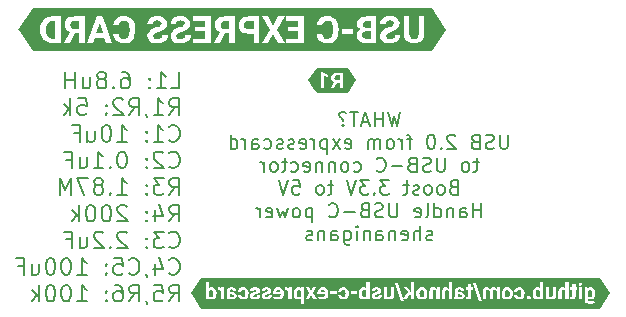
<source format=gbo>
%TF.GenerationSoftware,KiCad,Pcbnew,6.0.11+dfsg-1*%
%TF.CreationDate,2024-02-28T17:50:01-05:00*%
%TF.ProjectId,usb-c-expresscard,7573622d-632d-4657-9870-726573736361,R1*%
%TF.SameCoordinates,Original*%
%TF.FileFunction,Legend,Bot*%
%TF.FilePolarity,Positive*%
%FSLAX46Y46*%
G04 Gerber Fmt 4.6, Leading zero omitted, Abs format (unit mm)*
G04 Created by KiCad (PCBNEW 6.0.11+dfsg-1) date 2024-02-28 17:50:01*
%MOMM*%
%LPD*%
G01*
G04 APERTURE LIST*
%ADD10C,0.150000*%
%ADD11C,0.010000*%
G04 APERTURE END LIST*
D10*
X177078571Y-89912857D02*
X176792857Y-91112857D01*
X176564285Y-90255714D01*
X176335714Y-91112857D01*
X176050000Y-89912857D01*
X175592857Y-91112857D02*
X175592857Y-89912857D01*
X175592857Y-90484285D02*
X174907142Y-90484285D01*
X174907142Y-91112857D02*
X174907142Y-89912857D01*
X174392857Y-90770000D02*
X173821428Y-90770000D01*
X174507142Y-91112857D02*
X174107142Y-89912857D01*
X173707142Y-91112857D01*
X173478571Y-89912857D02*
X172792857Y-89912857D01*
X173135714Y-91112857D02*
X173135714Y-89912857D01*
X172221428Y-90998571D02*
X172164285Y-91055714D01*
X172221428Y-91112857D01*
X172278571Y-91055714D01*
X172221428Y-90998571D01*
X172221428Y-91112857D01*
X172450000Y-89970000D02*
X172335714Y-89912857D01*
X172050000Y-89912857D01*
X171935714Y-89970000D01*
X171878571Y-90084285D01*
X171878571Y-90198571D01*
X171935714Y-90312857D01*
X171992857Y-90370000D01*
X172107142Y-90427142D01*
X172164285Y-90484285D01*
X172221428Y-90598571D01*
X172221428Y-90655714D01*
X186192857Y-91844857D02*
X186192857Y-92816285D01*
X186135714Y-92930571D01*
X186078571Y-92987714D01*
X185964285Y-93044857D01*
X185735714Y-93044857D01*
X185621428Y-92987714D01*
X185564285Y-92930571D01*
X185507142Y-92816285D01*
X185507142Y-91844857D01*
X184992857Y-92987714D02*
X184821428Y-93044857D01*
X184535714Y-93044857D01*
X184421428Y-92987714D01*
X184364285Y-92930571D01*
X184307142Y-92816285D01*
X184307142Y-92702000D01*
X184364285Y-92587714D01*
X184421428Y-92530571D01*
X184535714Y-92473428D01*
X184764285Y-92416285D01*
X184878571Y-92359142D01*
X184935714Y-92302000D01*
X184992857Y-92187714D01*
X184992857Y-92073428D01*
X184935714Y-91959142D01*
X184878571Y-91902000D01*
X184764285Y-91844857D01*
X184478571Y-91844857D01*
X184307142Y-91902000D01*
X183392857Y-92416285D02*
X183221428Y-92473428D01*
X183164285Y-92530571D01*
X183107142Y-92644857D01*
X183107142Y-92816285D01*
X183164285Y-92930571D01*
X183221428Y-92987714D01*
X183335714Y-93044857D01*
X183792857Y-93044857D01*
X183792857Y-91844857D01*
X183392857Y-91844857D01*
X183278571Y-91902000D01*
X183221428Y-91959142D01*
X183164285Y-92073428D01*
X183164285Y-92187714D01*
X183221428Y-92302000D01*
X183278571Y-92359142D01*
X183392857Y-92416285D01*
X183792857Y-92416285D01*
X181735714Y-91959142D02*
X181678571Y-91902000D01*
X181564285Y-91844857D01*
X181278571Y-91844857D01*
X181164285Y-91902000D01*
X181107142Y-91959142D01*
X181050000Y-92073428D01*
X181050000Y-92187714D01*
X181107142Y-92359142D01*
X181792857Y-93044857D01*
X181050000Y-93044857D01*
X180535714Y-92930571D02*
X180478571Y-92987714D01*
X180535714Y-93044857D01*
X180592857Y-92987714D01*
X180535714Y-92930571D01*
X180535714Y-93044857D01*
X179735714Y-91844857D02*
X179621428Y-91844857D01*
X179507142Y-91902000D01*
X179450000Y-91959142D01*
X179392857Y-92073428D01*
X179335714Y-92302000D01*
X179335714Y-92587714D01*
X179392857Y-92816285D01*
X179450000Y-92930571D01*
X179507142Y-92987714D01*
X179621428Y-93044857D01*
X179735714Y-93044857D01*
X179850000Y-92987714D01*
X179907142Y-92930571D01*
X179964285Y-92816285D01*
X180021428Y-92587714D01*
X180021428Y-92302000D01*
X179964285Y-92073428D01*
X179907142Y-91959142D01*
X179850000Y-91902000D01*
X179735714Y-91844857D01*
X178078571Y-92244857D02*
X177621428Y-92244857D01*
X177907142Y-93044857D02*
X177907142Y-92016285D01*
X177850000Y-91902000D01*
X177735714Y-91844857D01*
X177621428Y-91844857D01*
X177221428Y-93044857D02*
X177221428Y-92244857D01*
X177221428Y-92473428D02*
X177164285Y-92359142D01*
X177107142Y-92302000D01*
X176992857Y-92244857D01*
X176878571Y-92244857D01*
X176307142Y-93044857D02*
X176421428Y-92987714D01*
X176478571Y-92930571D01*
X176535714Y-92816285D01*
X176535714Y-92473428D01*
X176478571Y-92359142D01*
X176421428Y-92302000D01*
X176307142Y-92244857D01*
X176135714Y-92244857D01*
X176021428Y-92302000D01*
X175964285Y-92359142D01*
X175907142Y-92473428D01*
X175907142Y-92816285D01*
X175964285Y-92930571D01*
X176021428Y-92987714D01*
X176135714Y-93044857D01*
X176307142Y-93044857D01*
X175392857Y-93044857D02*
X175392857Y-92244857D01*
X175392857Y-92359142D02*
X175335714Y-92302000D01*
X175221428Y-92244857D01*
X175050000Y-92244857D01*
X174935714Y-92302000D01*
X174878571Y-92416285D01*
X174878571Y-93044857D01*
X174878571Y-92416285D02*
X174821428Y-92302000D01*
X174707142Y-92244857D01*
X174535714Y-92244857D01*
X174421428Y-92302000D01*
X174364285Y-92416285D01*
X174364285Y-93044857D01*
X172421428Y-92987714D02*
X172535714Y-93044857D01*
X172764285Y-93044857D01*
X172878571Y-92987714D01*
X172935714Y-92873428D01*
X172935714Y-92416285D01*
X172878571Y-92302000D01*
X172764285Y-92244857D01*
X172535714Y-92244857D01*
X172421428Y-92302000D01*
X172364285Y-92416285D01*
X172364285Y-92530571D01*
X172935714Y-92644857D01*
X171964285Y-93044857D02*
X171335714Y-92244857D01*
X171964285Y-92244857D02*
X171335714Y-93044857D01*
X170878571Y-92244857D02*
X170878571Y-93444857D01*
X170878571Y-92302000D02*
X170764285Y-92244857D01*
X170535714Y-92244857D01*
X170421428Y-92302000D01*
X170364285Y-92359142D01*
X170307142Y-92473428D01*
X170307142Y-92816285D01*
X170364285Y-92930571D01*
X170421428Y-92987714D01*
X170535714Y-93044857D01*
X170764285Y-93044857D01*
X170878571Y-92987714D01*
X169792857Y-93044857D02*
X169792857Y-92244857D01*
X169792857Y-92473428D02*
X169735714Y-92359142D01*
X169678571Y-92302000D01*
X169564285Y-92244857D01*
X169450000Y-92244857D01*
X168592857Y-92987714D02*
X168707142Y-93044857D01*
X168935714Y-93044857D01*
X169050000Y-92987714D01*
X169107142Y-92873428D01*
X169107142Y-92416285D01*
X169050000Y-92302000D01*
X168935714Y-92244857D01*
X168707142Y-92244857D01*
X168592857Y-92302000D01*
X168535714Y-92416285D01*
X168535714Y-92530571D01*
X169107142Y-92644857D01*
X168078571Y-92987714D02*
X167964285Y-93044857D01*
X167735714Y-93044857D01*
X167621428Y-92987714D01*
X167564285Y-92873428D01*
X167564285Y-92816285D01*
X167621428Y-92702000D01*
X167735714Y-92644857D01*
X167907142Y-92644857D01*
X168021428Y-92587714D01*
X168078571Y-92473428D01*
X168078571Y-92416285D01*
X168021428Y-92302000D01*
X167907142Y-92244857D01*
X167735714Y-92244857D01*
X167621428Y-92302000D01*
X167107142Y-92987714D02*
X166992857Y-93044857D01*
X166764285Y-93044857D01*
X166650000Y-92987714D01*
X166592857Y-92873428D01*
X166592857Y-92816285D01*
X166650000Y-92702000D01*
X166764285Y-92644857D01*
X166935714Y-92644857D01*
X167050000Y-92587714D01*
X167107142Y-92473428D01*
X167107142Y-92416285D01*
X167050000Y-92302000D01*
X166935714Y-92244857D01*
X166764285Y-92244857D01*
X166650000Y-92302000D01*
X165564285Y-92987714D02*
X165678571Y-93044857D01*
X165907142Y-93044857D01*
X166021428Y-92987714D01*
X166078571Y-92930571D01*
X166135714Y-92816285D01*
X166135714Y-92473428D01*
X166078571Y-92359142D01*
X166021428Y-92302000D01*
X165907142Y-92244857D01*
X165678571Y-92244857D01*
X165564285Y-92302000D01*
X164535714Y-93044857D02*
X164535714Y-92416285D01*
X164592857Y-92302000D01*
X164707142Y-92244857D01*
X164935714Y-92244857D01*
X165050000Y-92302000D01*
X164535714Y-92987714D02*
X164650000Y-93044857D01*
X164935714Y-93044857D01*
X165050000Y-92987714D01*
X165107142Y-92873428D01*
X165107142Y-92759142D01*
X165050000Y-92644857D01*
X164935714Y-92587714D01*
X164650000Y-92587714D01*
X164535714Y-92530571D01*
X163964285Y-93044857D02*
X163964285Y-92244857D01*
X163964285Y-92473428D02*
X163907142Y-92359142D01*
X163850000Y-92302000D01*
X163735714Y-92244857D01*
X163621428Y-92244857D01*
X162707142Y-93044857D02*
X162707142Y-91844857D01*
X162707142Y-92987714D02*
X162821428Y-93044857D01*
X163050000Y-93044857D01*
X163164285Y-92987714D01*
X163221428Y-92930571D01*
X163278571Y-92816285D01*
X163278571Y-92473428D01*
X163221428Y-92359142D01*
X163164285Y-92302000D01*
X163050000Y-92244857D01*
X162821428Y-92244857D01*
X162707142Y-92302000D01*
X183707142Y-94176857D02*
X183250000Y-94176857D01*
X183535714Y-93776857D02*
X183535714Y-94805428D01*
X183478571Y-94919714D01*
X183364285Y-94976857D01*
X183250000Y-94976857D01*
X182678571Y-94976857D02*
X182792857Y-94919714D01*
X182850000Y-94862571D01*
X182907142Y-94748285D01*
X182907142Y-94405428D01*
X182850000Y-94291142D01*
X182792857Y-94234000D01*
X182678571Y-94176857D01*
X182507142Y-94176857D01*
X182392857Y-94234000D01*
X182335714Y-94291142D01*
X182278571Y-94405428D01*
X182278571Y-94748285D01*
X182335714Y-94862571D01*
X182392857Y-94919714D01*
X182507142Y-94976857D01*
X182678571Y-94976857D01*
X180850000Y-93776857D02*
X180850000Y-94748285D01*
X180792857Y-94862571D01*
X180735714Y-94919714D01*
X180621428Y-94976857D01*
X180392857Y-94976857D01*
X180278571Y-94919714D01*
X180221428Y-94862571D01*
X180164285Y-94748285D01*
X180164285Y-93776857D01*
X179650000Y-94919714D02*
X179478571Y-94976857D01*
X179192857Y-94976857D01*
X179078571Y-94919714D01*
X179021428Y-94862571D01*
X178964285Y-94748285D01*
X178964285Y-94634000D01*
X179021428Y-94519714D01*
X179078571Y-94462571D01*
X179192857Y-94405428D01*
X179421428Y-94348285D01*
X179535714Y-94291142D01*
X179592857Y-94234000D01*
X179650000Y-94119714D01*
X179650000Y-94005428D01*
X179592857Y-93891142D01*
X179535714Y-93834000D01*
X179421428Y-93776857D01*
X179135714Y-93776857D01*
X178964285Y-93834000D01*
X178050000Y-94348285D02*
X177878571Y-94405428D01*
X177821428Y-94462571D01*
X177764285Y-94576857D01*
X177764285Y-94748285D01*
X177821428Y-94862571D01*
X177878571Y-94919714D01*
X177992857Y-94976857D01*
X178450000Y-94976857D01*
X178450000Y-93776857D01*
X178050000Y-93776857D01*
X177935714Y-93834000D01*
X177878571Y-93891142D01*
X177821428Y-94005428D01*
X177821428Y-94119714D01*
X177878571Y-94234000D01*
X177935714Y-94291142D01*
X178050000Y-94348285D01*
X178450000Y-94348285D01*
X177250000Y-94519714D02*
X176335714Y-94519714D01*
X175078571Y-94862571D02*
X175135714Y-94919714D01*
X175307142Y-94976857D01*
X175421428Y-94976857D01*
X175592857Y-94919714D01*
X175707142Y-94805428D01*
X175764285Y-94691142D01*
X175821428Y-94462571D01*
X175821428Y-94291142D01*
X175764285Y-94062571D01*
X175707142Y-93948285D01*
X175592857Y-93834000D01*
X175421428Y-93776857D01*
X175307142Y-93776857D01*
X175135714Y-93834000D01*
X175078571Y-93891142D01*
X173135714Y-94919714D02*
X173250000Y-94976857D01*
X173478571Y-94976857D01*
X173592857Y-94919714D01*
X173650000Y-94862571D01*
X173707142Y-94748285D01*
X173707142Y-94405428D01*
X173650000Y-94291142D01*
X173592857Y-94234000D01*
X173478571Y-94176857D01*
X173250000Y-94176857D01*
X173135714Y-94234000D01*
X172450000Y-94976857D02*
X172564285Y-94919714D01*
X172621428Y-94862571D01*
X172678571Y-94748285D01*
X172678571Y-94405428D01*
X172621428Y-94291142D01*
X172564285Y-94234000D01*
X172450000Y-94176857D01*
X172278571Y-94176857D01*
X172164285Y-94234000D01*
X172107142Y-94291142D01*
X172050000Y-94405428D01*
X172050000Y-94748285D01*
X172107142Y-94862571D01*
X172164285Y-94919714D01*
X172278571Y-94976857D01*
X172450000Y-94976857D01*
X171535714Y-94176857D02*
X171535714Y-94976857D01*
X171535714Y-94291142D02*
X171478571Y-94234000D01*
X171364285Y-94176857D01*
X171192857Y-94176857D01*
X171078571Y-94234000D01*
X171021428Y-94348285D01*
X171021428Y-94976857D01*
X170450000Y-94176857D02*
X170450000Y-94976857D01*
X170450000Y-94291142D02*
X170392857Y-94234000D01*
X170278571Y-94176857D01*
X170107142Y-94176857D01*
X169992857Y-94234000D01*
X169935714Y-94348285D01*
X169935714Y-94976857D01*
X168907142Y-94919714D02*
X169021428Y-94976857D01*
X169250000Y-94976857D01*
X169364285Y-94919714D01*
X169421428Y-94805428D01*
X169421428Y-94348285D01*
X169364285Y-94234000D01*
X169250000Y-94176857D01*
X169021428Y-94176857D01*
X168907142Y-94234000D01*
X168850000Y-94348285D01*
X168850000Y-94462571D01*
X169421428Y-94576857D01*
X167821428Y-94919714D02*
X167935714Y-94976857D01*
X168164285Y-94976857D01*
X168278571Y-94919714D01*
X168335714Y-94862571D01*
X168392857Y-94748285D01*
X168392857Y-94405428D01*
X168335714Y-94291142D01*
X168278571Y-94234000D01*
X168164285Y-94176857D01*
X167935714Y-94176857D01*
X167821428Y-94234000D01*
X167478571Y-94176857D02*
X167021428Y-94176857D01*
X167307142Y-93776857D02*
X167307142Y-94805428D01*
X167250000Y-94919714D01*
X167135714Y-94976857D01*
X167021428Y-94976857D01*
X166450000Y-94976857D02*
X166564285Y-94919714D01*
X166621428Y-94862571D01*
X166678571Y-94748285D01*
X166678571Y-94405428D01*
X166621428Y-94291142D01*
X166564285Y-94234000D01*
X166450000Y-94176857D01*
X166278571Y-94176857D01*
X166164285Y-94234000D01*
X166107142Y-94291142D01*
X166050000Y-94405428D01*
X166050000Y-94748285D01*
X166107142Y-94862571D01*
X166164285Y-94919714D01*
X166278571Y-94976857D01*
X166450000Y-94976857D01*
X165535714Y-94976857D02*
X165535714Y-94176857D01*
X165535714Y-94405428D02*
X165478571Y-94291142D01*
X165421428Y-94234000D01*
X165307142Y-94176857D01*
X165192857Y-94176857D01*
X181564285Y-96280285D02*
X181392857Y-96337428D01*
X181335714Y-96394571D01*
X181278571Y-96508857D01*
X181278571Y-96680285D01*
X181335714Y-96794571D01*
X181392857Y-96851714D01*
X181507142Y-96908857D01*
X181964285Y-96908857D01*
X181964285Y-95708857D01*
X181564285Y-95708857D01*
X181450000Y-95766000D01*
X181392857Y-95823142D01*
X181335714Y-95937428D01*
X181335714Y-96051714D01*
X181392857Y-96166000D01*
X181450000Y-96223142D01*
X181564285Y-96280285D01*
X181964285Y-96280285D01*
X180592857Y-96908857D02*
X180707142Y-96851714D01*
X180764285Y-96794571D01*
X180821428Y-96680285D01*
X180821428Y-96337428D01*
X180764285Y-96223142D01*
X180707142Y-96166000D01*
X180592857Y-96108857D01*
X180421428Y-96108857D01*
X180307142Y-96166000D01*
X180250000Y-96223142D01*
X180192857Y-96337428D01*
X180192857Y-96680285D01*
X180250000Y-96794571D01*
X180307142Y-96851714D01*
X180421428Y-96908857D01*
X180592857Y-96908857D01*
X179507142Y-96908857D02*
X179621428Y-96851714D01*
X179678571Y-96794571D01*
X179735714Y-96680285D01*
X179735714Y-96337428D01*
X179678571Y-96223142D01*
X179621428Y-96166000D01*
X179507142Y-96108857D01*
X179335714Y-96108857D01*
X179221428Y-96166000D01*
X179164285Y-96223142D01*
X179107142Y-96337428D01*
X179107142Y-96680285D01*
X179164285Y-96794571D01*
X179221428Y-96851714D01*
X179335714Y-96908857D01*
X179507142Y-96908857D01*
X178650000Y-96851714D02*
X178535714Y-96908857D01*
X178307142Y-96908857D01*
X178192857Y-96851714D01*
X178135714Y-96737428D01*
X178135714Y-96680285D01*
X178192857Y-96566000D01*
X178307142Y-96508857D01*
X178478571Y-96508857D01*
X178592857Y-96451714D01*
X178650000Y-96337428D01*
X178650000Y-96280285D01*
X178592857Y-96166000D01*
X178478571Y-96108857D01*
X178307142Y-96108857D01*
X178192857Y-96166000D01*
X177792857Y-96108857D02*
X177335714Y-96108857D01*
X177621428Y-95708857D02*
X177621428Y-96737428D01*
X177564285Y-96851714D01*
X177450000Y-96908857D01*
X177335714Y-96908857D01*
X176135714Y-95708857D02*
X175392857Y-95708857D01*
X175792857Y-96166000D01*
X175621428Y-96166000D01*
X175507142Y-96223142D01*
X175450000Y-96280285D01*
X175392857Y-96394571D01*
X175392857Y-96680285D01*
X175450000Y-96794571D01*
X175507142Y-96851714D01*
X175621428Y-96908857D01*
X175964285Y-96908857D01*
X176078571Y-96851714D01*
X176135714Y-96794571D01*
X174878571Y-96794571D02*
X174821428Y-96851714D01*
X174878571Y-96908857D01*
X174935714Y-96851714D01*
X174878571Y-96794571D01*
X174878571Y-96908857D01*
X174421428Y-95708857D02*
X173678571Y-95708857D01*
X174078571Y-96166000D01*
X173907142Y-96166000D01*
X173792857Y-96223142D01*
X173735714Y-96280285D01*
X173678571Y-96394571D01*
X173678571Y-96680285D01*
X173735714Y-96794571D01*
X173792857Y-96851714D01*
X173907142Y-96908857D01*
X174250000Y-96908857D01*
X174364285Y-96851714D01*
X174421428Y-96794571D01*
X173335714Y-95708857D02*
X172935714Y-96908857D01*
X172535714Y-95708857D01*
X171392857Y-96108857D02*
X170935714Y-96108857D01*
X171221428Y-95708857D02*
X171221428Y-96737428D01*
X171164285Y-96851714D01*
X171050000Y-96908857D01*
X170935714Y-96908857D01*
X170364285Y-96908857D02*
X170478571Y-96851714D01*
X170535714Y-96794571D01*
X170592857Y-96680285D01*
X170592857Y-96337428D01*
X170535714Y-96223142D01*
X170478571Y-96166000D01*
X170364285Y-96108857D01*
X170192857Y-96108857D01*
X170078571Y-96166000D01*
X170021428Y-96223142D01*
X169964285Y-96337428D01*
X169964285Y-96680285D01*
X170021428Y-96794571D01*
X170078571Y-96851714D01*
X170192857Y-96908857D01*
X170364285Y-96908857D01*
X167964285Y-95708857D02*
X168535714Y-95708857D01*
X168592857Y-96280285D01*
X168535714Y-96223142D01*
X168421428Y-96166000D01*
X168135714Y-96166000D01*
X168021428Y-96223142D01*
X167964285Y-96280285D01*
X167907142Y-96394571D01*
X167907142Y-96680285D01*
X167964285Y-96794571D01*
X168021428Y-96851714D01*
X168135714Y-96908857D01*
X168421428Y-96908857D01*
X168535714Y-96851714D01*
X168592857Y-96794571D01*
X167564285Y-95708857D02*
X167164285Y-96908857D01*
X166764285Y-95708857D01*
X183907142Y-98840857D02*
X183907142Y-97640857D01*
X183907142Y-98212285D02*
X183221428Y-98212285D01*
X183221428Y-98840857D02*
X183221428Y-97640857D01*
X182135714Y-98840857D02*
X182135714Y-98212285D01*
X182192857Y-98098000D01*
X182307142Y-98040857D01*
X182535714Y-98040857D01*
X182650000Y-98098000D01*
X182135714Y-98783714D02*
X182250000Y-98840857D01*
X182535714Y-98840857D01*
X182650000Y-98783714D01*
X182707142Y-98669428D01*
X182707142Y-98555142D01*
X182650000Y-98440857D01*
X182535714Y-98383714D01*
X182250000Y-98383714D01*
X182135714Y-98326571D01*
X181564285Y-98040857D02*
X181564285Y-98840857D01*
X181564285Y-98155142D02*
X181507142Y-98098000D01*
X181392857Y-98040857D01*
X181221428Y-98040857D01*
X181107142Y-98098000D01*
X181050000Y-98212285D01*
X181050000Y-98840857D01*
X179964285Y-98840857D02*
X179964285Y-97640857D01*
X179964285Y-98783714D02*
X180078571Y-98840857D01*
X180307142Y-98840857D01*
X180421428Y-98783714D01*
X180478571Y-98726571D01*
X180535714Y-98612285D01*
X180535714Y-98269428D01*
X180478571Y-98155142D01*
X180421428Y-98098000D01*
X180307142Y-98040857D01*
X180078571Y-98040857D01*
X179964285Y-98098000D01*
X179221428Y-98840857D02*
X179335714Y-98783714D01*
X179392857Y-98669428D01*
X179392857Y-97640857D01*
X178307142Y-98783714D02*
X178421428Y-98840857D01*
X178650000Y-98840857D01*
X178764285Y-98783714D01*
X178821428Y-98669428D01*
X178821428Y-98212285D01*
X178764285Y-98098000D01*
X178650000Y-98040857D01*
X178421428Y-98040857D01*
X178307142Y-98098000D01*
X178250000Y-98212285D01*
X178250000Y-98326571D01*
X178821428Y-98440857D01*
X176821428Y-97640857D02*
X176821428Y-98612285D01*
X176764285Y-98726571D01*
X176707142Y-98783714D01*
X176592857Y-98840857D01*
X176364285Y-98840857D01*
X176250000Y-98783714D01*
X176192857Y-98726571D01*
X176135714Y-98612285D01*
X176135714Y-97640857D01*
X175621428Y-98783714D02*
X175450000Y-98840857D01*
X175164285Y-98840857D01*
X175050000Y-98783714D01*
X174992857Y-98726571D01*
X174935714Y-98612285D01*
X174935714Y-98498000D01*
X174992857Y-98383714D01*
X175050000Y-98326571D01*
X175164285Y-98269428D01*
X175392857Y-98212285D01*
X175507142Y-98155142D01*
X175564285Y-98098000D01*
X175621428Y-97983714D01*
X175621428Y-97869428D01*
X175564285Y-97755142D01*
X175507142Y-97698000D01*
X175392857Y-97640857D01*
X175107142Y-97640857D01*
X174935714Y-97698000D01*
X174021428Y-98212285D02*
X173850000Y-98269428D01*
X173792857Y-98326571D01*
X173735714Y-98440857D01*
X173735714Y-98612285D01*
X173792857Y-98726571D01*
X173850000Y-98783714D01*
X173964285Y-98840857D01*
X174421428Y-98840857D01*
X174421428Y-97640857D01*
X174021428Y-97640857D01*
X173907142Y-97698000D01*
X173850000Y-97755142D01*
X173792857Y-97869428D01*
X173792857Y-97983714D01*
X173850000Y-98098000D01*
X173907142Y-98155142D01*
X174021428Y-98212285D01*
X174421428Y-98212285D01*
X173221428Y-98383714D02*
X172307142Y-98383714D01*
X171050000Y-98726571D02*
X171107142Y-98783714D01*
X171278571Y-98840857D01*
X171392857Y-98840857D01*
X171564285Y-98783714D01*
X171678571Y-98669428D01*
X171735714Y-98555142D01*
X171792857Y-98326571D01*
X171792857Y-98155142D01*
X171735714Y-97926571D01*
X171678571Y-97812285D01*
X171564285Y-97698000D01*
X171392857Y-97640857D01*
X171278571Y-97640857D01*
X171107142Y-97698000D01*
X171050000Y-97755142D01*
X169621428Y-98040857D02*
X169621428Y-99240857D01*
X169621428Y-98098000D02*
X169507142Y-98040857D01*
X169278571Y-98040857D01*
X169164285Y-98098000D01*
X169107142Y-98155142D01*
X169050000Y-98269428D01*
X169050000Y-98612285D01*
X169107142Y-98726571D01*
X169164285Y-98783714D01*
X169278571Y-98840857D01*
X169507142Y-98840857D01*
X169621428Y-98783714D01*
X168364285Y-98840857D02*
X168478571Y-98783714D01*
X168535714Y-98726571D01*
X168592857Y-98612285D01*
X168592857Y-98269428D01*
X168535714Y-98155142D01*
X168478571Y-98098000D01*
X168364285Y-98040857D01*
X168192857Y-98040857D01*
X168078571Y-98098000D01*
X168021428Y-98155142D01*
X167964285Y-98269428D01*
X167964285Y-98612285D01*
X168021428Y-98726571D01*
X168078571Y-98783714D01*
X168192857Y-98840857D01*
X168364285Y-98840857D01*
X167564285Y-98040857D02*
X167335714Y-98840857D01*
X167107142Y-98269428D01*
X166878571Y-98840857D01*
X166650000Y-98040857D01*
X165735714Y-98783714D02*
X165850000Y-98840857D01*
X166078571Y-98840857D01*
X166192857Y-98783714D01*
X166250000Y-98669428D01*
X166250000Y-98212285D01*
X166192857Y-98098000D01*
X166078571Y-98040857D01*
X165850000Y-98040857D01*
X165735714Y-98098000D01*
X165678571Y-98212285D01*
X165678571Y-98326571D01*
X166250000Y-98440857D01*
X165164285Y-98840857D02*
X165164285Y-98040857D01*
X165164285Y-98269428D02*
X165107142Y-98155142D01*
X165050000Y-98098000D01*
X164935714Y-98040857D01*
X164821428Y-98040857D01*
X179792857Y-100715714D02*
X179678571Y-100772857D01*
X179450000Y-100772857D01*
X179335714Y-100715714D01*
X179278571Y-100601428D01*
X179278571Y-100544285D01*
X179335714Y-100430000D01*
X179450000Y-100372857D01*
X179621428Y-100372857D01*
X179735714Y-100315714D01*
X179792857Y-100201428D01*
X179792857Y-100144285D01*
X179735714Y-100030000D01*
X179621428Y-99972857D01*
X179450000Y-99972857D01*
X179335714Y-100030000D01*
X178764285Y-100772857D02*
X178764285Y-99572857D01*
X178250000Y-100772857D02*
X178250000Y-100144285D01*
X178307142Y-100030000D01*
X178421428Y-99972857D01*
X178592857Y-99972857D01*
X178707142Y-100030000D01*
X178764285Y-100087142D01*
X177221428Y-100715714D02*
X177335714Y-100772857D01*
X177564285Y-100772857D01*
X177678571Y-100715714D01*
X177735714Y-100601428D01*
X177735714Y-100144285D01*
X177678571Y-100030000D01*
X177564285Y-99972857D01*
X177335714Y-99972857D01*
X177221428Y-100030000D01*
X177164285Y-100144285D01*
X177164285Y-100258571D01*
X177735714Y-100372857D01*
X176650000Y-99972857D02*
X176650000Y-100772857D01*
X176650000Y-100087142D02*
X176592857Y-100030000D01*
X176478571Y-99972857D01*
X176307142Y-99972857D01*
X176192857Y-100030000D01*
X176135714Y-100144285D01*
X176135714Y-100772857D01*
X175050000Y-100772857D02*
X175050000Y-100144285D01*
X175107142Y-100030000D01*
X175221428Y-99972857D01*
X175450000Y-99972857D01*
X175564285Y-100030000D01*
X175050000Y-100715714D02*
X175164285Y-100772857D01*
X175450000Y-100772857D01*
X175564285Y-100715714D01*
X175621428Y-100601428D01*
X175621428Y-100487142D01*
X175564285Y-100372857D01*
X175450000Y-100315714D01*
X175164285Y-100315714D01*
X175050000Y-100258571D01*
X174478571Y-99972857D02*
X174478571Y-100772857D01*
X174478571Y-100087142D02*
X174421428Y-100030000D01*
X174307142Y-99972857D01*
X174135714Y-99972857D01*
X174021428Y-100030000D01*
X173964285Y-100144285D01*
X173964285Y-100772857D01*
X173392857Y-100772857D02*
X173392857Y-99972857D01*
X173392857Y-99572857D02*
X173450000Y-99630000D01*
X173392857Y-99687142D01*
X173335714Y-99630000D01*
X173392857Y-99572857D01*
X173392857Y-99687142D01*
X172307142Y-99972857D02*
X172307142Y-100944285D01*
X172364285Y-101058571D01*
X172421428Y-101115714D01*
X172535714Y-101172857D01*
X172707142Y-101172857D01*
X172821428Y-101115714D01*
X172307142Y-100715714D02*
X172421428Y-100772857D01*
X172650000Y-100772857D01*
X172764285Y-100715714D01*
X172821428Y-100658571D01*
X172878571Y-100544285D01*
X172878571Y-100201428D01*
X172821428Y-100087142D01*
X172764285Y-100030000D01*
X172650000Y-99972857D01*
X172421428Y-99972857D01*
X172307142Y-100030000D01*
X171221428Y-100772857D02*
X171221428Y-100144285D01*
X171278571Y-100030000D01*
X171392857Y-99972857D01*
X171621428Y-99972857D01*
X171735714Y-100030000D01*
X171221428Y-100715714D02*
X171335714Y-100772857D01*
X171621428Y-100772857D01*
X171735714Y-100715714D01*
X171792857Y-100601428D01*
X171792857Y-100487142D01*
X171735714Y-100372857D01*
X171621428Y-100315714D01*
X171335714Y-100315714D01*
X171221428Y-100258571D01*
X170650000Y-99972857D02*
X170650000Y-100772857D01*
X170650000Y-100087142D02*
X170592857Y-100030000D01*
X170478571Y-99972857D01*
X170307142Y-99972857D01*
X170192857Y-100030000D01*
X170135714Y-100144285D01*
X170135714Y-100772857D01*
X169621428Y-100715714D02*
X169507142Y-100772857D01*
X169278571Y-100772857D01*
X169164285Y-100715714D01*
X169107142Y-100601428D01*
X169107142Y-100544285D01*
X169164285Y-100430000D01*
X169278571Y-100372857D01*
X169450000Y-100372857D01*
X169564285Y-100315714D01*
X169621428Y-100201428D01*
X169621428Y-100144285D01*
X169564285Y-100030000D01*
X169450000Y-99972857D01*
X169278571Y-99972857D01*
X169164285Y-100030000D01*
X157652500Y-87917333D02*
X158319166Y-87917333D01*
X158319166Y-86517333D01*
X156452500Y-87917333D02*
X157252500Y-87917333D01*
X156852500Y-87917333D02*
X156852500Y-86517333D01*
X156985833Y-86717333D01*
X157119166Y-86850666D01*
X157252500Y-86917333D01*
X155852500Y-87784000D02*
X155785833Y-87850666D01*
X155852500Y-87917333D01*
X155919166Y-87850666D01*
X155852500Y-87784000D01*
X155852500Y-87917333D01*
X155852500Y-87050666D02*
X155785833Y-87117333D01*
X155852500Y-87184000D01*
X155919166Y-87117333D01*
X155852500Y-87050666D01*
X155852500Y-87184000D01*
X153519166Y-86517333D02*
X153785833Y-86517333D01*
X153919166Y-86584000D01*
X153985833Y-86650666D01*
X154119166Y-86850666D01*
X154185833Y-87117333D01*
X154185833Y-87650666D01*
X154119166Y-87784000D01*
X154052500Y-87850666D01*
X153919166Y-87917333D01*
X153652500Y-87917333D01*
X153519166Y-87850666D01*
X153452500Y-87784000D01*
X153385833Y-87650666D01*
X153385833Y-87317333D01*
X153452500Y-87184000D01*
X153519166Y-87117333D01*
X153652500Y-87050666D01*
X153919166Y-87050666D01*
X154052500Y-87117333D01*
X154119166Y-87184000D01*
X154185833Y-87317333D01*
X152785833Y-87784000D02*
X152719166Y-87850666D01*
X152785833Y-87917333D01*
X152852500Y-87850666D01*
X152785833Y-87784000D01*
X152785833Y-87917333D01*
X151919166Y-87117333D02*
X152052500Y-87050666D01*
X152119166Y-86984000D01*
X152185833Y-86850666D01*
X152185833Y-86784000D01*
X152119166Y-86650666D01*
X152052500Y-86584000D01*
X151919166Y-86517333D01*
X151652500Y-86517333D01*
X151519166Y-86584000D01*
X151452500Y-86650666D01*
X151385833Y-86784000D01*
X151385833Y-86850666D01*
X151452500Y-86984000D01*
X151519166Y-87050666D01*
X151652500Y-87117333D01*
X151919166Y-87117333D01*
X152052500Y-87184000D01*
X152119166Y-87250666D01*
X152185833Y-87384000D01*
X152185833Y-87650666D01*
X152119166Y-87784000D01*
X152052500Y-87850666D01*
X151919166Y-87917333D01*
X151652500Y-87917333D01*
X151519166Y-87850666D01*
X151452500Y-87784000D01*
X151385833Y-87650666D01*
X151385833Y-87384000D01*
X151452500Y-87250666D01*
X151519166Y-87184000D01*
X151652500Y-87117333D01*
X150185833Y-86984000D02*
X150185833Y-87917333D01*
X150785833Y-86984000D02*
X150785833Y-87717333D01*
X150719166Y-87850666D01*
X150585833Y-87917333D01*
X150385833Y-87917333D01*
X150252500Y-87850666D01*
X150185833Y-87784000D01*
X149519166Y-87917333D02*
X149519166Y-86517333D01*
X149519166Y-87184000D02*
X148719166Y-87184000D01*
X148719166Y-87917333D02*
X148719166Y-86517333D01*
X157519166Y-90171333D02*
X157985833Y-89504666D01*
X158319166Y-90171333D02*
X158319166Y-88771333D01*
X157785833Y-88771333D01*
X157652500Y-88838000D01*
X157585833Y-88904666D01*
X157519166Y-89038000D01*
X157519166Y-89238000D01*
X157585833Y-89371333D01*
X157652500Y-89438000D01*
X157785833Y-89504666D01*
X158319166Y-89504666D01*
X156185833Y-90171333D02*
X156985833Y-90171333D01*
X156585833Y-90171333D02*
X156585833Y-88771333D01*
X156719166Y-88971333D01*
X156852500Y-89104666D01*
X156985833Y-89171333D01*
X155519166Y-90104666D02*
X155519166Y-90171333D01*
X155585833Y-90304666D01*
X155652500Y-90371333D01*
X154119166Y-90171333D02*
X154585833Y-89504666D01*
X154919166Y-90171333D02*
X154919166Y-88771333D01*
X154385833Y-88771333D01*
X154252500Y-88838000D01*
X154185833Y-88904666D01*
X154119166Y-89038000D01*
X154119166Y-89238000D01*
X154185833Y-89371333D01*
X154252500Y-89438000D01*
X154385833Y-89504666D01*
X154919166Y-89504666D01*
X153585833Y-88904666D02*
X153519166Y-88838000D01*
X153385833Y-88771333D01*
X153052500Y-88771333D01*
X152919166Y-88838000D01*
X152852500Y-88904666D01*
X152785833Y-89038000D01*
X152785833Y-89171333D01*
X152852500Y-89371333D01*
X153652500Y-90171333D01*
X152785833Y-90171333D01*
X152185833Y-90038000D02*
X152119166Y-90104666D01*
X152185833Y-90171333D01*
X152252500Y-90104666D01*
X152185833Y-90038000D01*
X152185833Y-90171333D01*
X152185833Y-89304666D02*
X152119166Y-89371333D01*
X152185833Y-89438000D01*
X152252500Y-89371333D01*
X152185833Y-89304666D01*
X152185833Y-89438000D01*
X149785833Y-88771333D02*
X150452500Y-88771333D01*
X150519166Y-89438000D01*
X150452500Y-89371333D01*
X150319166Y-89304666D01*
X149985833Y-89304666D01*
X149852500Y-89371333D01*
X149785833Y-89438000D01*
X149719166Y-89571333D01*
X149719166Y-89904666D01*
X149785833Y-90038000D01*
X149852500Y-90104666D01*
X149985833Y-90171333D01*
X150319166Y-90171333D01*
X150452500Y-90104666D01*
X150519166Y-90038000D01*
X149119166Y-90171333D02*
X149119166Y-88771333D01*
X148985833Y-89638000D02*
X148585833Y-90171333D01*
X148585833Y-89238000D02*
X149119166Y-89771333D01*
X157519166Y-92292000D02*
X157585833Y-92358666D01*
X157785833Y-92425333D01*
X157919166Y-92425333D01*
X158119166Y-92358666D01*
X158252500Y-92225333D01*
X158319166Y-92092000D01*
X158385833Y-91825333D01*
X158385833Y-91625333D01*
X158319166Y-91358666D01*
X158252500Y-91225333D01*
X158119166Y-91092000D01*
X157919166Y-91025333D01*
X157785833Y-91025333D01*
X157585833Y-91092000D01*
X157519166Y-91158666D01*
X156185833Y-92425333D02*
X156985833Y-92425333D01*
X156585833Y-92425333D02*
X156585833Y-91025333D01*
X156719166Y-91225333D01*
X156852500Y-91358666D01*
X156985833Y-91425333D01*
X155585833Y-92292000D02*
X155519166Y-92358666D01*
X155585833Y-92425333D01*
X155652500Y-92358666D01*
X155585833Y-92292000D01*
X155585833Y-92425333D01*
X155585833Y-91558666D02*
X155519166Y-91625333D01*
X155585833Y-91692000D01*
X155652500Y-91625333D01*
X155585833Y-91558666D01*
X155585833Y-91692000D01*
X153119166Y-92425333D02*
X153919166Y-92425333D01*
X153519166Y-92425333D02*
X153519166Y-91025333D01*
X153652500Y-91225333D01*
X153785833Y-91358666D01*
X153919166Y-91425333D01*
X152252500Y-91025333D02*
X152119166Y-91025333D01*
X151985833Y-91092000D01*
X151919166Y-91158666D01*
X151852500Y-91292000D01*
X151785833Y-91558666D01*
X151785833Y-91892000D01*
X151852500Y-92158666D01*
X151919166Y-92292000D01*
X151985833Y-92358666D01*
X152119166Y-92425333D01*
X152252500Y-92425333D01*
X152385833Y-92358666D01*
X152452500Y-92292000D01*
X152519166Y-92158666D01*
X152585833Y-91892000D01*
X152585833Y-91558666D01*
X152519166Y-91292000D01*
X152452500Y-91158666D01*
X152385833Y-91092000D01*
X152252500Y-91025333D01*
X150585833Y-91492000D02*
X150585833Y-92425333D01*
X151185833Y-91492000D02*
X151185833Y-92225333D01*
X151119166Y-92358666D01*
X150985833Y-92425333D01*
X150785833Y-92425333D01*
X150652500Y-92358666D01*
X150585833Y-92292000D01*
X149452500Y-91692000D02*
X149919166Y-91692000D01*
X149919166Y-92425333D02*
X149919166Y-91025333D01*
X149252500Y-91025333D01*
X157519166Y-94546000D02*
X157585833Y-94612666D01*
X157785833Y-94679333D01*
X157919166Y-94679333D01*
X158119166Y-94612666D01*
X158252500Y-94479333D01*
X158319166Y-94346000D01*
X158385833Y-94079333D01*
X158385833Y-93879333D01*
X158319166Y-93612666D01*
X158252500Y-93479333D01*
X158119166Y-93346000D01*
X157919166Y-93279333D01*
X157785833Y-93279333D01*
X157585833Y-93346000D01*
X157519166Y-93412666D01*
X156985833Y-93412666D02*
X156919166Y-93346000D01*
X156785833Y-93279333D01*
X156452500Y-93279333D01*
X156319166Y-93346000D01*
X156252500Y-93412666D01*
X156185833Y-93546000D01*
X156185833Y-93679333D01*
X156252500Y-93879333D01*
X157052500Y-94679333D01*
X156185833Y-94679333D01*
X155585833Y-94546000D02*
X155519166Y-94612666D01*
X155585833Y-94679333D01*
X155652500Y-94612666D01*
X155585833Y-94546000D01*
X155585833Y-94679333D01*
X155585833Y-93812666D02*
X155519166Y-93879333D01*
X155585833Y-93946000D01*
X155652500Y-93879333D01*
X155585833Y-93812666D01*
X155585833Y-93946000D01*
X153585833Y-93279333D02*
X153452500Y-93279333D01*
X153319166Y-93346000D01*
X153252500Y-93412666D01*
X153185833Y-93546000D01*
X153119166Y-93812666D01*
X153119166Y-94146000D01*
X153185833Y-94412666D01*
X153252500Y-94546000D01*
X153319166Y-94612666D01*
X153452500Y-94679333D01*
X153585833Y-94679333D01*
X153719166Y-94612666D01*
X153785833Y-94546000D01*
X153852500Y-94412666D01*
X153919166Y-94146000D01*
X153919166Y-93812666D01*
X153852500Y-93546000D01*
X153785833Y-93412666D01*
X153719166Y-93346000D01*
X153585833Y-93279333D01*
X152519166Y-94546000D02*
X152452500Y-94612666D01*
X152519166Y-94679333D01*
X152585833Y-94612666D01*
X152519166Y-94546000D01*
X152519166Y-94679333D01*
X151119166Y-94679333D02*
X151919166Y-94679333D01*
X151519166Y-94679333D02*
X151519166Y-93279333D01*
X151652500Y-93479333D01*
X151785833Y-93612666D01*
X151919166Y-93679333D01*
X149919166Y-93746000D02*
X149919166Y-94679333D01*
X150519166Y-93746000D02*
X150519166Y-94479333D01*
X150452500Y-94612666D01*
X150319166Y-94679333D01*
X150119166Y-94679333D01*
X149985833Y-94612666D01*
X149919166Y-94546000D01*
X148785833Y-93946000D02*
X149252500Y-93946000D01*
X149252500Y-94679333D02*
X149252500Y-93279333D01*
X148585833Y-93279333D01*
X157519166Y-96933333D02*
X157985833Y-96266666D01*
X158319166Y-96933333D02*
X158319166Y-95533333D01*
X157785833Y-95533333D01*
X157652500Y-95600000D01*
X157585833Y-95666666D01*
X157519166Y-95800000D01*
X157519166Y-96000000D01*
X157585833Y-96133333D01*
X157652500Y-96200000D01*
X157785833Y-96266666D01*
X158319166Y-96266666D01*
X157052500Y-95533333D02*
X156185833Y-95533333D01*
X156652500Y-96066666D01*
X156452500Y-96066666D01*
X156319166Y-96133333D01*
X156252500Y-96200000D01*
X156185833Y-96333333D01*
X156185833Y-96666666D01*
X156252500Y-96800000D01*
X156319166Y-96866666D01*
X156452500Y-96933333D01*
X156852500Y-96933333D01*
X156985833Y-96866666D01*
X157052500Y-96800000D01*
X155585833Y-96800000D02*
X155519166Y-96866666D01*
X155585833Y-96933333D01*
X155652500Y-96866666D01*
X155585833Y-96800000D01*
X155585833Y-96933333D01*
X155585833Y-96066666D02*
X155519166Y-96133333D01*
X155585833Y-96200000D01*
X155652500Y-96133333D01*
X155585833Y-96066666D01*
X155585833Y-96200000D01*
X153119166Y-96933333D02*
X153919166Y-96933333D01*
X153519166Y-96933333D02*
X153519166Y-95533333D01*
X153652500Y-95733333D01*
X153785833Y-95866666D01*
X153919166Y-95933333D01*
X152519166Y-96800000D02*
X152452500Y-96866666D01*
X152519166Y-96933333D01*
X152585833Y-96866666D01*
X152519166Y-96800000D01*
X152519166Y-96933333D01*
X151652500Y-96133333D02*
X151785833Y-96066666D01*
X151852500Y-96000000D01*
X151919166Y-95866666D01*
X151919166Y-95800000D01*
X151852500Y-95666666D01*
X151785833Y-95600000D01*
X151652500Y-95533333D01*
X151385833Y-95533333D01*
X151252500Y-95600000D01*
X151185833Y-95666666D01*
X151119166Y-95800000D01*
X151119166Y-95866666D01*
X151185833Y-96000000D01*
X151252500Y-96066666D01*
X151385833Y-96133333D01*
X151652500Y-96133333D01*
X151785833Y-96200000D01*
X151852500Y-96266666D01*
X151919166Y-96400000D01*
X151919166Y-96666666D01*
X151852500Y-96800000D01*
X151785833Y-96866666D01*
X151652500Y-96933333D01*
X151385833Y-96933333D01*
X151252500Y-96866666D01*
X151185833Y-96800000D01*
X151119166Y-96666666D01*
X151119166Y-96400000D01*
X151185833Y-96266666D01*
X151252500Y-96200000D01*
X151385833Y-96133333D01*
X150652500Y-95533333D02*
X149719166Y-95533333D01*
X150319166Y-96933333D01*
X149185833Y-96933333D02*
X149185833Y-95533333D01*
X148719166Y-96533333D01*
X148252500Y-95533333D01*
X148252500Y-96933333D01*
X157519166Y-99187333D02*
X157985833Y-98520666D01*
X158319166Y-99187333D02*
X158319166Y-97787333D01*
X157785833Y-97787333D01*
X157652500Y-97854000D01*
X157585833Y-97920666D01*
X157519166Y-98054000D01*
X157519166Y-98254000D01*
X157585833Y-98387333D01*
X157652500Y-98454000D01*
X157785833Y-98520666D01*
X158319166Y-98520666D01*
X156319166Y-98254000D02*
X156319166Y-99187333D01*
X156652500Y-97720666D02*
X156985833Y-98720666D01*
X156119166Y-98720666D01*
X155585833Y-99054000D02*
X155519166Y-99120666D01*
X155585833Y-99187333D01*
X155652500Y-99120666D01*
X155585833Y-99054000D01*
X155585833Y-99187333D01*
X155585833Y-98320666D02*
X155519166Y-98387333D01*
X155585833Y-98454000D01*
X155652500Y-98387333D01*
X155585833Y-98320666D01*
X155585833Y-98454000D01*
X153919166Y-97920666D02*
X153852500Y-97854000D01*
X153719166Y-97787333D01*
X153385833Y-97787333D01*
X153252500Y-97854000D01*
X153185833Y-97920666D01*
X153119166Y-98054000D01*
X153119166Y-98187333D01*
X153185833Y-98387333D01*
X153985833Y-99187333D01*
X153119166Y-99187333D01*
X152252500Y-97787333D02*
X152119166Y-97787333D01*
X151985833Y-97854000D01*
X151919166Y-97920666D01*
X151852500Y-98054000D01*
X151785833Y-98320666D01*
X151785833Y-98654000D01*
X151852500Y-98920666D01*
X151919166Y-99054000D01*
X151985833Y-99120666D01*
X152119166Y-99187333D01*
X152252500Y-99187333D01*
X152385833Y-99120666D01*
X152452500Y-99054000D01*
X152519166Y-98920666D01*
X152585833Y-98654000D01*
X152585833Y-98320666D01*
X152519166Y-98054000D01*
X152452500Y-97920666D01*
X152385833Y-97854000D01*
X152252500Y-97787333D01*
X150919166Y-97787333D02*
X150785833Y-97787333D01*
X150652500Y-97854000D01*
X150585833Y-97920666D01*
X150519166Y-98054000D01*
X150452500Y-98320666D01*
X150452500Y-98654000D01*
X150519166Y-98920666D01*
X150585833Y-99054000D01*
X150652500Y-99120666D01*
X150785833Y-99187333D01*
X150919166Y-99187333D01*
X151052500Y-99120666D01*
X151119166Y-99054000D01*
X151185833Y-98920666D01*
X151252500Y-98654000D01*
X151252500Y-98320666D01*
X151185833Y-98054000D01*
X151119166Y-97920666D01*
X151052500Y-97854000D01*
X150919166Y-97787333D01*
X149852500Y-99187333D02*
X149852500Y-97787333D01*
X149719166Y-98654000D02*
X149319166Y-99187333D01*
X149319166Y-98254000D02*
X149852500Y-98787333D01*
X157519166Y-101308000D02*
X157585833Y-101374666D01*
X157785833Y-101441333D01*
X157919166Y-101441333D01*
X158119166Y-101374666D01*
X158252500Y-101241333D01*
X158319166Y-101108000D01*
X158385833Y-100841333D01*
X158385833Y-100641333D01*
X158319166Y-100374666D01*
X158252500Y-100241333D01*
X158119166Y-100108000D01*
X157919166Y-100041333D01*
X157785833Y-100041333D01*
X157585833Y-100108000D01*
X157519166Y-100174666D01*
X157052500Y-100041333D02*
X156185833Y-100041333D01*
X156652500Y-100574666D01*
X156452500Y-100574666D01*
X156319166Y-100641333D01*
X156252500Y-100708000D01*
X156185833Y-100841333D01*
X156185833Y-101174666D01*
X156252500Y-101308000D01*
X156319166Y-101374666D01*
X156452500Y-101441333D01*
X156852500Y-101441333D01*
X156985833Y-101374666D01*
X157052500Y-101308000D01*
X155585833Y-101308000D02*
X155519166Y-101374666D01*
X155585833Y-101441333D01*
X155652500Y-101374666D01*
X155585833Y-101308000D01*
X155585833Y-101441333D01*
X155585833Y-100574666D02*
X155519166Y-100641333D01*
X155585833Y-100708000D01*
X155652500Y-100641333D01*
X155585833Y-100574666D01*
X155585833Y-100708000D01*
X153919166Y-100174666D02*
X153852500Y-100108000D01*
X153719166Y-100041333D01*
X153385833Y-100041333D01*
X153252500Y-100108000D01*
X153185833Y-100174666D01*
X153119166Y-100308000D01*
X153119166Y-100441333D01*
X153185833Y-100641333D01*
X153985833Y-101441333D01*
X153119166Y-101441333D01*
X152519166Y-101308000D02*
X152452500Y-101374666D01*
X152519166Y-101441333D01*
X152585833Y-101374666D01*
X152519166Y-101308000D01*
X152519166Y-101441333D01*
X151919166Y-100174666D02*
X151852500Y-100108000D01*
X151719166Y-100041333D01*
X151385833Y-100041333D01*
X151252500Y-100108000D01*
X151185833Y-100174666D01*
X151119166Y-100308000D01*
X151119166Y-100441333D01*
X151185833Y-100641333D01*
X151985833Y-101441333D01*
X151119166Y-101441333D01*
X149919166Y-100508000D02*
X149919166Y-101441333D01*
X150519166Y-100508000D02*
X150519166Y-101241333D01*
X150452500Y-101374666D01*
X150319166Y-101441333D01*
X150119166Y-101441333D01*
X149985833Y-101374666D01*
X149919166Y-101308000D01*
X148785833Y-100708000D02*
X149252500Y-100708000D01*
X149252500Y-101441333D02*
X149252500Y-100041333D01*
X148585833Y-100041333D01*
X157519166Y-103562000D02*
X157585833Y-103628666D01*
X157785833Y-103695333D01*
X157919166Y-103695333D01*
X158119166Y-103628666D01*
X158252500Y-103495333D01*
X158319166Y-103362000D01*
X158385833Y-103095333D01*
X158385833Y-102895333D01*
X158319166Y-102628666D01*
X158252500Y-102495333D01*
X158119166Y-102362000D01*
X157919166Y-102295333D01*
X157785833Y-102295333D01*
X157585833Y-102362000D01*
X157519166Y-102428666D01*
X156319166Y-102762000D02*
X156319166Y-103695333D01*
X156652500Y-102228666D02*
X156985833Y-103228666D01*
X156119166Y-103228666D01*
X155519166Y-103628666D02*
X155519166Y-103695333D01*
X155585833Y-103828666D01*
X155652500Y-103895333D01*
X154119166Y-103562000D02*
X154185833Y-103628666D01*
X154385833Y-103695333D01*
X154519166Y-103695333D01*
X154719166Y-103628666D01*
X154852500Y-103495333D01*
X154919166Y-103362000D01*
X154985833Y-103095333D01*
X154985833Y-102895333D01*
X154919166Y-102628666D01*
X154852500Y-102495333D01*
X154719166Y-102362000D01*
X154519166Y-102295333D01*
X154385833Y-102295333D01*
X154185833Y-102362000D01*
X154119166Y-102428666D01*
X152852500Y-102295333D02*
X153519166Y-102295333D01*
X153585833Y-102962000D01*
X153519166Y-102895333D01*
X153385833Y-102828666D01*
X153052500Y-102828666D01*
X152919166Y-102895333D01*
X152852500Y-102962000D01*
X152785833Y-103095333D01*
X152785833Y-103428666D01*
X152852500Y-103562000D01*
X152919166Y-103628666D01*
X153052500Y-103695333D01*
X153385833Y-103695333D01*
X153519166Y-103628666D01*
X153585833Y-103562000D01*
X152185833Y-103562000D02*
X152119166Y-103628666D01*
X152185833Y-103695333D01*
X152252500Y-103628666D01*
X152185833Y-103562000D01*
X152185833Y-103695333D01*
X152185833Y-102828666D02*
X152119166Y-102895333D01*
X152185833Y-102962000D01*
X152252500Y-102895333D01*
X152185833Y-102828666D01*
X152185833Y-102962000D01*
X149719166Y-103695333D02*
X150519166Y-103695333D01*
X150119166Y-103695333D02*
X150119166Y-102295333D01*
X150252500Y-102495333D01*
X150385833Y-102628666D01*
X150519166Y-102695333D01*
X148852500Y-102295333D02*
X148719166Y-102295333D01*
X148585833Y-102362000D01*
X148519166Y-102428666D01*
X148452500Y-102562000D01*
X148385833Y-102828666D01*
X148385833Y-103162000D01*
X148452500Y-103428666D01*
X148519166Y-103562000D01*
X148585833Y-103628666D01*
X148719166Y-103695333D01*
X148852500Y-103695333D01*
X148985833Y-103628666D01*
X149052500Y-103562000D01*
X149119166Y-103428666D01*
X149185833Y-103162000D01*
X149185833Y-102828666D01*
X149119166Y-102562000D01*
X149052500Y-102428666D01*
X148985833Y-102362000D01*
X148852500Y-102295333D01*
X147519166Y-102295333D02*
X147385833Y-102295333D01*
X147252500Y-102362000D01*
X147185833Y-102428666D01*
X147119166Y-102562000D01*
X147052500Y-102828666D01*
X147052500Y-103162000D01*
X147119166Y-103428666D01*
X147185833Y-103562000D01*
X147252500Y-103628666D01*
X147385833Y-103695333D01*
X147519166Y-103695333D01*
X147652500Y-103628666D01*
X147719166Y-103562000D01*
X147785833Y-103428666D01*
X147852500Y-103162000D01*
X147852500Y-102828666D01*
X147785833Y-102562000D01*
X147719166Y-102428666D01*
X147652500Y-102362000D01*
X147519166Y-102295333D01*
X145852500Y-102762000D02*
X145852500Y-103695333D01*
X146452500Y-102762000D02*
X146452500Y-103495333D01*
X146385833Y-103628666D01*
X146252500Y-103695333D01*
X146052500Y-103695333D01*
X145919166Y-103628666D01*
X145852500Y-103562000D01*
X144719166Y-102962000D02*
X145185833Y-102962000D01*
X145185833Y-103695333D02*
X145185833Y-102295333D01*
X144519166Y-102295333D01*
X157519166Y-105949333D02*
X157985833Y-105282666D01*
X158319166Y-105949333D02*
X158319166Y-104549333D01*
X157785833Y-104549333D01*
X157652500Y-104616000D01*
X157585833Y-104682666D01*
X157519166Y-104816000D01*
X157519166Y-105016000D01*
X157585833Y-105149333D01*
X157652500Y-105216000D01*
X157785833Y-105282666D01*
X158319166Y-105282666D01*
X156252500Y-104549333D02*
X156919166Y-104549333D01*
X156985833Y-105216000D01*
X156919166Y-105149333D01*
X156785833Y-105082666D01*
X156452500Y-105082666D01*
X156319166Y-105149333D01*
X156252500Y-105216000D01*
X156185833Y-105349333D01*
X156185833Y-105682666D01*
X156252500Y-105816000D01*
X156319166Y-105882666D01*
X156452500Y-105949333D01*
X156785833Y-105949333D01*
X156919166Y-105882666D01*
X156985833Y-105816000D01*
X155519166Y-105882666D02*
X155519166Y-105949333D01*
X155585833Y-106082666D01*
X155652500Y-106149333D01*
X154119166Y-105949333D02*
X154585833Y-105282666D01*
X154919166Y-105949333D02*
X154919166Y-104549333D01*
X154385833Y-104549333D01*
X154252500Y-104616000D01*
X154185833Y-104682666D01*
X154119166Y-104816000D01*
X154119166Y-105016000D01*
X154185833Y-105149333D01*
X154252500Y-105216000D01*
X154385833Y-105282666D01*
X154919166Y-105282666D01*
X152919166Y-104549333D02*
X153185833Y-104549333D01*
X153319166Y-104616000D01*
X153385833Y-104682666D01*
X153519166Y-104882666D01*
X153585833Y-105149333D01*
X153585833Y-105682666D01*
X153519166Y-105816000D01*
X153452500Y-105882666D01*
X153319166Y-105949333D01*
X153052500Y-105949333D01*
X152919166Y-105882666D01*
X152852500Y-105816000D01*
X152785833Y-105682666D01*
X152785833Y-105349333D01*
X152852500Y-105216000D01*
X152919166Y-105149333D01*
X153052500Y-105082666D01*
X153319166Y-105082666D01*
X153452500Y-105149333D01*
X153519166Y-105216000D01*
X153585833Y-105349333D01*
X152185833Y-105816000D02*
X152119166Y-105882666D01*
X152185833Y-105949333D01*
X152252500Y-105882666D01*
X152185833Y-105816000D01*
X152185833Y-105949333D01*
X152185833Y-105082666D02*
X152119166Y-105149333D01*
X152185833Y-105216000D01*
X152252500Y-105149333D01*
X152185833Y-105082666D01*
X152185833Y-105216000D01*
X149719166Y-105949333D02*
X150519166Y-105949333D01*
X150119166Y-105949333D02*
X150119166Y-104549333D01*
X150252500Y-104749333D01*
X150385833Y-104882666D01*
X150519166Y-104949333D01*
X148852500Y-104549333D02*
X148719166Y-104549333D01*
X148585833Y-104616000D01*
X148519166Y-104682666D01*
X148452500Y-104816000D01*
X148385833Y-105082666D01*
X148385833Y-105416000D01*
X148452500Y-105682666D01*
X148519166Y-105816000D01*
X148585833Y-105882666D01*
X148719166Y-105949333D01*
X148852500Y-105949333D01*
X148985833Y-105882666D01*
X149052500Y-105816000D01*
X149119166Y-105682666D01*
X149185833Y-105416000D01*
X149185833Y-105082666D01*
X149119166Y-104816000D01*
X149052500Y-104682666D01*
X148985833Y-104616000D01*
X148852500Y-104549333D01*
X147519166Y-104549333D02*
X147385833Y-104549333D01*
X147252500Y-104616000D01*
X147185833Y-104682666D01*
X147119166Y-104816000D01*
X147052500Y-105082666D01*
X147052500Y-105416000D01*
X147119166Y-105682666D01*
X147185833Y-105816000D01*
X147252500Y-105882666D01*
X147385833Y-105949333D01*
X147519166Y-105949333D01*
X147652500Y-105882666D01*
X147719166Y-105816000D01*
X147785833Y-105682666D01*
X147852500Y-105416000D01*
X147852500Y-105082666D01*
X147785833Y-104816000D01*
X147719166Y-104682666D01*
X147652500Y-104616000D01*
X147519166Y-104549333D01*
X146452500Y-105949333D02*
X146452500Y-104549333D01*
X146319166Y-105416000D02*
X145919166Y-105949333D01*
X145919166Y-105016000D02*
X146452500Y-105549333D01*
%TO.C,kibuzzard-65DE8C34*%
G36*
X151897955Y-83236804D02*
G01*
X151333649Y-83236804D01*
X151617352Y-82391895D01*
X151897955Y-83236804D01*
G37*
G36*
X149881024Y-82875586D02*
G01*
X149505853Y-82875586D01*
X149350436Y-82853300D01*
X149234552Y-82786444D01*
X149162463Y-82680443D01*
X149138434Y-82540723D01*
X149161107Y-82398096D01*
X149229126Y-82289575D01*
X149344041Y-82220975D01*
X149507404Y-82198108D01*
X149881024Y-82198108D01*
X149881024Y-82875586D01*
G37*
G36*
X174577191Y-82767065D02*
G01*
X174233026Y-82767065D01*
X174037517Y-82733131D01*
X173920211Y-82639597D01*
X173881110Y-82486462D01*
X173903395Y-82354494D01*
X173970251Y-82265546D01*
X174085167Y-82214967D01*
X174251630Y-82198108D01*
X174577191Y-82198108D01*
X174577191Y-82767065D01*
G37*
G36*
X162601178Y-82875586D02*
G01*
X162226007Y-82875586D01*
X162070590Y-82853300D01*
X161954706Y-82786444D01*
X161882617Y-82680443D01*
X161858588Y-82540723D01*
X161881261Y-82398096D01*
X161949280Y-82289575D01*
X162064195Y-82220975D01*
X162227557Y-82198108D01*
X162601178Y-82198108D01*
X162601178Y-82875586D01*
G37*
G36*
X144718893Y-82950000D02*
G01*
X145932945Y-81128923D01*
X179767055Y-81128923D01*
X180981107Y-82950000D01*
X179767055Y-84771077D01*
X145932945Y-84771077D01*
X144754033Y-83002710D01*
X146594403Y-83002710D01*
X146608786Y-83204765D01*
X146651936Y-83391317D01*
X146723853Y-83562366D01*
X146821952Y-83713433D01*
X146943650Y-83840040D01*
X147088947Y-83942188D01*
X147252761Y-84017291D01*
X147430011Y-84062766D01*
X147620697Y-84078613D01*
X148319879Y-84078613D01*
X148588080Y-84078613D01*
X149087274Y-84078613D01*
X149510504Y-83252307D01*
X149881024Y-83252307D01*
X149881024Y-84078613D01*
X150346112Y-84078613D01*
X150556952Y-84078613D01*
X151051495Y-84078613D01*
X151208075Y-83613525D01*
X152023529Y-83613525D01*
X152178558Y-84078613D01*
X152673102Y-84078613D01*
X152117931Y-82587231D01*
X152784723Y-82587231D01*
X153249811Y-82587231D01*
X153288762Y-82398677D01*
X153371509Y-82270197D01*
X153503477Y-82196364D01*
X153690094Y-82171753D01*
X153893376Y-82213417D01*
X154038135Y-82338409D01*
X154102644Y-82469926D01*
X154142177Y-82642267D01*
X154156732Y-82855432D01*
X154156732Y-83025964D01*
X154144416Y-83248001D01*
X154107467Y-83426284D01*
X154045886Y-83560815D01*
X153903065Y-83687552D01*
X153696295Y-83729797D01*
X153508128Y-83705186D01*
X153374609Y-83631354D01*
X153291087Y-83505974D01*
X153252911Y-83326721D01*
X152787823Y-83326721D01*
X152829423Y-83552375D01*
X152919082Y-83743578D01*
X153056799Y-83900330D01*
X153235686Y-84016602D01*
X153448851Y-84086365D01*
X153696295Y-84109619D01*
X153901757Y-84091355D01*
X154084062Y-84036562D01*
X154243209Y-83945240D01*
X154379199Y-83817389D01*
X154488059Y-83657660D01*
X154560577Y-83483301D01*
X155665167Y-83483301D01*
X155689800Y-83664599D01*
X155763697Y-83817820D01*
X155886859Y-83942963D01*
X156051707Y-84035550D01*
X156250661Y-84091102D01*
X156483722Y-84109619D01*
X156732544Y-84085783D01*
X156958112Y-84014276D01*
X157146666Y-83901299D01*
X157284448Y-83753052D01*
X157368745Y-83573993D01*
X157381151Y-83483301D01*
X157616986Y-83483301D01*
X157641619Y-83664599D01*
X157715516Y-83817820D01*
X157838678Y-83942963D01*
X158003526Y-84035550D01*
X158202480Y-84091102D01*
X158435541Y-84109619D01*
X158684363Y-84085783D01*
X158706981Y-84078613D01*
X159526947Y-84078613D01*
X161040033Y-84078613D01*
X161308234Y-84078613D01*
X161807428Y-84078613D01*
X162230658Y-83252307D01*
X162601178Y-83252307D01*
X162601178Y-84078613D01*
X163066266Y-84078613D01*
X163066266Y-82568628D01*
X163385626Y-82568628D01*
X163410862Y-82774214D01*
X163486568Y-82948622D01*
X163612744Y-83091852D01*
X163783535Y-83198219D01*
X163993083Y-83262040D01*
X164241388Y-83283313D01*
X164649115Y-83283313D01*
X164649115Y-84078613D01*
X165114203Y-84078613D01*
X165348297Y-84078613D01*
X165889349Y-84078613D01*
X166323431Y-83287964D01*
X166757513Y-84078613D01*
X167298566Y-84078613D01*
X167403986Y-84078613D01*
X168917072Y-84078613D01*
X168917072Y-82587231D01*
X170010028Y-82587231D01*
X170475116Y-82587231D01*
X170514067Y-82398677D01*
X170596814Y-82270197D01*
X170728783Y-82196364D01*
X170915399Y-82171753D01*
X171118681Y-82213417D01*
X171263440Y-82338409D01*
X171327949Y-82469926D01*
X171367482Y-82642267D01*
X171382037Y-82855432D01*
X171382037Y-83025964D01*
X171369721Y-83248001D01*
X171332772Y-83426284D01*
X171271191Y-83560815D01*
X171128371Y-83687552D01*
X170921600Y-83729797D01*
X170733434Y-83705186D01*
X170599915Y-83631354D01*
X170516393Y-83505974D01*
X170478217Y-83326721D01*
X170013129Y-83326721D01*
X170054728Y-83552375D01*
X170144387Y-83743578D01*
X170282104Y-83900330D01*
X170460991Y-84016602D01*
X170674156Y-84086365D01*
X170921600Y-84109619D01*
X171127063Y-84091355D01*
X171309367Y-84036562D01*
X171468515Y-83945240D01*
X171604504Y-83817389D01*
X171713364Y-83657660D01*
X171791121Y-83470705D01*
X171803236Y-83415088D01*
X173364862Y-83415088D01*
X173387944Y-83614559D01*
X173457191Y-83778890D01*
X173572601Y-83908081D01*
X173730731Y-84001443D01*
X173928135Y-84058287D01*
X174164813Y-84078613D01*
X175042279Y-84078613D01*
X175042279Y-83483301D01*
X175356989Y-83483301D01*
X175381621Y-83664599D01*
X175455518Y-83817820D01*
X175578680Y-83942963D01*
X175743528Y-84035550D01*
X175942483Y-84091102D01*
X176175543Y-84109619D01*
X176424365Y-84085783D01*
X176649933Y-84014276D01*
X176838487Y-83901299D01*
X176976270Y-83753052D01*
X177060567Y-83573993D01*
X177088666Y-83368579D01*
X176622028Y-83368579D01*
X176594122Y-83532038D01*
X176510406Y-83648795D01*
X176370880Y-83718848D01*
X176175543Y-83742200D01*
X176027878Y-83725340D01*
X175916644Y-83674762D01*
X175823627Y-83486401D01*
X175905596Y-83308118D01*
X177375470Y-83308118D01*
X177401222Y-83537906D01*
X177478478Y-83733242D01*
X177607239Y-83894128D01*
X177780613Y-84013845D01*
X177991711Y-84085676D01*
X178240533Y-84109619D01*
X178485997Y-84086365D01*
X178695286Y-84016602D01*
X178868402Y-83900330D01*
X178998110Y-83743405D01*
X179077175Y-83551686D01*
X179105597Y-83325171D01*
X179105597Y-81821387D01*
X178640509Y-81821387D01*
X178640509Y-83311218D01*
X178613960Y-83502873D01*
X178534314Y-83634454D01*
X178407771Y-83710612D01*
X178240533Y-83735999D01*
X178068548Y-83710225D01*
X177944815Y-83632904D01*
X177869335Y-83504036D01*
X177842108Y-83323621D01*
X177842108Y-81821387D01*
X177375470Y-81821387D01*
X177375470Y-83308118D01*
X175905596Y-83308118D01*
X175916644Y-83284088D01*
X176046869Y-83211612D01*
X176251508Y-83135260D01*
X176468161Y-83057552D01*
X176634430Y-82981006D01*
X176848026Y-82826493D01*
X176976183Y-82639941D01*
X177018903Y-82421350D01*
X176993129Y-82248299D01*
X176915808Y-82095013D01*
X176790234Y-81967308D01*
X176619702Y-81870996D01*
X176414870Y-81810535D01*
X176186395Y-81790381D01*
X175957727Y-81812279D01*
X175755414Y-81877972D01*
X175587401Y-81983586D01*
X175461633Y-82125244D01*
X175383150Y-82295776D01*
X175356989Y-82488013D01*
X175822076Y-82488013D01*
X175846494Y-82350230D01*
X175919745Y-82246942D01*
X176037180Y-82182411D01*
X176194147Y-82160901D01*
X176345688Y-82178923D01*
X176459247Y-82232990D01*
X176553815Y-82422900D01*
X176442969Y-82607385D01*
X176305962Y-82679474D01*
X176116632Y-82746912D01*
X175875992Y-82832867D01*
X175683239Y-82931569D01*
X175538373Y-83043018D01*
X175402335Y-83241455D01*
X175356989Y-83483301D01*
X175042279Y-83483301D01*
X175042279Y-81821387D01*
X174251630Y-81821387D01*
X173999793Y-81838871D01*
X173792054Y-81891322D01*
X173628412Y-81978741D01*
X173510417Y-82099923D01*
X173439621Y-82253660D01*
X173416022Y-82439954D01*
X173437338Y-82595952D01*
X173501288Y-82732184D01*
X173603220Y-82841673D01*
X173738483Y-82917444D01*
X173583260Y-82982944D01*
X173464856Y-83092627D01*
X173389861Y-83239130D01*
X173364862Y-83415088D01*
X171803236Y-83415088D01*
X171829913Y-83292615D01*
X172174237Y-83292615D01*
X173047052Y-83292615D01*
X173047052Y-82931396D01*
X172174237Y-82931396D01*
X172174237Y-83292615D01*
X171829913Y-83292615D01*
X171837775Y-83256522D01*
X171853326Y-83015112D01*
X171853326Y-82877136D01*
X171840580Y-82668708D01*
X171802339Y-82477505D01*
X171738605Y-82303528D01*
X171599272Y-82084355D01*
X171410718Y-81922931D01*
X171260942Y-81849292D01*
X171095836Y-81805109D01*
X170915399Y-81790381D01*
X170671831Y-81813635D01*
X170462025Y-81883398D01*
X170285980Y-81999670D01*
X170149210Y-82157973D01*
X170057226Y-82353826D01*
X170010028Y-82587231D01*
X168917072Y-82587231D01*
X168917072Y-81821387D01*
X167407086Y-81821387D01*
X167407086Y-82198108D01*
X168451984Y-82198108D01*
X168451984Y-82736060D01*
X167559015Y-82736060D01*
X167559015Y-83100378D01*
X168451984Y-83100378D01*
X168451984Y-83704993D01*
X167403986Y-83704993D01*
X167403986Y-84078613D01*
X167298566Y-84078613D01*
X166624188Y-82940698D01*
X167281512Y-81821387D01*
X166746661Y-81821387D01*
X166323431Y-82599634D01*
X165900201Y-81821387D01*
X165365350Y-81821387D01*
X166022675Y-82940698D01*
X165348297Y-84078613D01*
X165114203Y-84078613D01*
X165114203Y-81821387D01*
X164233636Y-81821387D01*
X163994698Y-81844641D01*
X163786377Y-81914404D01*
X163615651Y-82026994D01*
X163489496Y-82178729D01*
X163411594Y-82361858D01*
X163385626Y-82568628D01*
X163066266Y-82568628D01*
X163066266Y-81821387D01*
X162227557Y-81821387D01*
X161981233Y-81841196D01*
X161775561Y-81900624D01*
X161610541Y-81999670D01*
X161489962Y-82134890D01*
X161417615Y-82302839D01*
X161393500Y-82503516D01*
X161418498Y-82715324D01*
X161493494Y-82888763D01*
X161619261Y-83027321D01*
X161796576Y-83134485D01*
X161308234Y-84056909D01*
X161308234Y-84078613D01*
X161040033Y-84078613D01*
X161040033Y-81821387D01*
X159530048Y-81821387D01*
X159530048Y-82198108D01*
X160574945Y-82198108D01*
X160574945Y-82736060D01*
X159681976Y-82736060D01*
X159681976Y-83100378D01*
X160574945Y-83100378D01*
X160574945Y-83704993D01*
X159526947Y-83704993D01*
X159526947Y-84078613D01*
X158706981Y-84078613D01*
X158909930Y-84014276D01*
X159098485Y-83901299D01*
X159236267Y-83753052D01*
X159320564Y-83573993D01*
X159348663Y-83368579D01*
X158882025Y-83368579D01*
X158854120Y-83532038D01*
X158770404Y-83648795D01*
X158630878Y-83718848D01*
X158435541Y-83742200D01*
X158287875Y-83725340D01*
X158176642Y-83674762D01*
X158083624Y-83486401D01*
X158176642Y-83284088D01*
X158306866Y-83211612D01*
X158511505Y-83135260D01*
X158728159Y-83057552D01*
X158894427Y-82981006D01*
X159108023Y-82826493D01*
X159236181Y-82639941D01*
X159278900Y-82421350D01*
X159253127Y-82248299D01*
X159175806Y-82095013D01*
X159050232Y-81967308D01*
X158879700Y-81870996D01*
X158674867Y-81810535D01*
X158446393Y-81790381D01*
X158217725Y-81812279D01*
X158015411Y-81877972D01*
X157847398Y-81983586D01*
X157721631Y-82125244D01*
X157643147Y-82295776D01*
X157616986Y-82488013D01*
X158082074Y-82488013D01*
X158106491Y-82350230D01*
X158179742Y-82246942D01*
X158297177Y-82182411D01*
X158454144Y-82160901D01*
X158605685Y-82178923D01*
X158719244Y-82232990D01*
X158813812Y-82422900D01*
X158702966Y-82607385D01*
X158565959Y-82679474D01*
X158376630Y-82746912D01*
X158135990Y-82832867D01*
X157943237Y-82931569D01*
X157798370Y-83043018D01*
X157662332Y-83241455D01*
X157616986Y-83483301D01*
X157381151Y-83483301D01*
X157396844Y-83368579D01*
X156930206Y-83368579D01*
X156902301Y-83532038D01*
X156818585Y-83648795D01*
X156679059Y-83718848D01*
X156483722Y-83742200D01*
X156336057Y-83725340D01*
X156224823Y-83674762D01*
X156131805Y-83486401D01*
X156224823Y-83284088D01*
X156355048Y-83211612D01*
X156559686Y-83135260D01*
X156776340Y-83057552D01*
X156942609Y-82981006D01*
X157156205Y-82826493D01*
X157284362Y-82639941D01*
X157327081Y-82421350D01*
X157301308Y-82248299D01*
X157223987Y-82095013D01*
X157098413Y-81967308D01*
X156927881Y-81870996D01*
X156723048Y-81810535D01*
X156494574Y-81790381D01*
X156265906Y-81812279D01*
X156063593Y-81877972D01*
X155895580Y-81983586D01*
X155769812Y-82125244D01*
X155691328Y-82295776D01*
X155665167Y-82488013D01*
X156130255Y-82488013D01*
X156154672Y-82350230D01*
X156227924Y-82246942D01*
X156345358Y-82182411D01*
X156502325Y-82160901D01*
X156653867Y-82178923D01*
X156767426Y-82232990D01*
X156861993Y-82422900D01*
X156751147Y-82607385D01*
X156614140Y-82679474D01*
X156424811Y-82746912D01*
X156184171Y-82832867D01*
X155991418Y-82931569D01*
X155846552Y-83043018D01*
X155710513Y-83241455D01*
X155665167Y-83483301D01*
X154560577Y-83483301D01*
X154565816Y-83470705D01*
X154612470Y-83256522D01*
X154628021Y-83015112D01*
X154628021Y-82877136D01*
X154615274Y-82668708D01*
X154577034Y-82477505D01*
X154513300Y-82303528D01*
X154373967Y-82084355D01*
X154185413Y-81922931D01*
X154035637Y-81849292D01*
X153870531Y-81805109D01*
X153690094Y-81790381D01*
X153446526Y-81813635D01*
X153236719Y-81883398D01*
X153060675Y-81999670D01*
X152923905Y-82157973D01*
X152831921Y-82353826D01*
X152784723Y-82587231D01*
X152117931Y-82587231D01*
X151832843Y-81821387D01*
X151401862Y-81821387D01*
X150556952Y-84078613D01*
X150346112Y-84078613D01*
X150346112Y-81821387D01*
X149507404Y-81821387D01*
X149261079Y-81841196D01*
X149055407Y-81900624D01*
X148890387Y-81999670D01*
X148769809Y-82134890D01*
X148697462Y-82302839D01*
X148673346Y-82503516D01*
X148698344Y-82715324D01*
X148773340Y-82888763D01*
X148899107Y-83027321D01*
X149076422Y-83134485D01*
X148588080Y-84056909D01*
X148588080Y-84078613D01*
X148319879Y-84078613D01*
X148319879Y-81821387D01*
X147625348Y-81821387D01*
X147433887Y-81836287D01*
X147256378Y-81880987D01*
X147092822Y-81955487D01*
X146947698Y-82057462D01*
X146825483Y-82184586D01*
X146726178Y-82336859D01*
X146652970Y-82509200D01*
X146609045Y-82696527D01*
X146594403Y-82898840D01*
X146594403Y-83002710D01*
X144754033Y-83002710D01*
X144718893Y-82950000D01*
G37*
G36*
X164649115Y-82906592D02*
G01*
X164233636Y-82906592D01*
X164071049Y-82884888D01*
X163952258Y-82819775D01*
X163879588Y-82714355D01*
X163855365Y-82571729D01*
X163879782Y-82421738D01*
X163953033Y-82303528D01*
X164069305Y-82226013D01*
X164222784Y-82198108D01*
X164649115Y-82198108D01*
X164649115Y-82906592D01*
G37*
G36*
X147854791Y-83704993D02*
G01*
X147629999Y-83704993D01*
X147389316Y-83660422D01*
X147212970Y-83526709D01*
X147132527Y-83390800D01*
X147083434Y-83220785D01*
X147065692Y-83016663D01*
X147065692Y-82897290D01*
X147081540Y-82686364D01*
X147129082Y-82512473D01*
X147208319Y-82375616D01*
X147383890Y-82242485D01*
X147625348Y-82198108D01*
X147854791Y-82198108D01*
X147854791Y-83704993D01*
G37*
G36*
X174577191Y-83704993D02*
G01*
X174178766Y-83704993D01*
X174032457Y-83685420D01*
X173922192Y-83626703D01*
X173829950Y-83410437D01*
X173865607Y-83237665D01*
X173972577Y-83132762D01*
X174150861Y-83095728D01*
X174577191Y-83095728D01*
X174577191Y-83704993D01*
G37*
%TO.C,kibuzzard-65DE8FDD*%
G36*
X174142041Y-104986063D02*
G01*
X174210409Y-105064895D01*
X174210409Y-105462080D01*
X174141111Y-105541610D01*
X174031815Y-105568120D01*
X173923915Y-105536029D01*
X173860663Y-105439756D01*
X173846013Y-105362319D01*
X173841129Y-105252791D01*
X173853221Y-105120822D01*
X173889498Y-105030013D01*
X173949727Y-104977342D01*
X174033676Y-104959785D01*
X174142041Y-104986063D01*
G37*
G36*
X166867136Y-105012805D02*
G01*
X166907948Y-105078383D01*
X166930853Y-105167214D01*
X166556923Y-105167214D01*
X166556923Y-105145820D01*
X166605292Y-105007689D01*
X166737377Y-104958855D01*
X166867136Y-105012805D01*
G37*
G36*
X168601216Y-104983970D02*
G01*
X168668422Y-105056523D01*
X168668422Y-105468591D01*
X168599821Y-105543238D01*
X168492618Y-105568120D01*
X168408379Y-105548412D01*
X168348209Y-105489288D01*
X168312106Y-105390747D01*
X168300072Y-105252791D01*
X168312513Y-105128380D01*
X168349836Y-105036060D01*
X168410879Y-104978854D01*
X168494479Y-104959785D01*
X168601216Y-104983970D01*
G37*
G36*
X162856787Y-105324104D02*
G01*
X162928410Y-105370613D01*
X162958073Y-105448127D01*
X162959003Y-105463940D01*
X162923656Y-105546726D01*
X162826918Y-105579282D01*
X162717157Y-105552772D01*
X162642743Y-105481614D01*
X162642743Y-105308601D01*
X162743202Y-105308601D01*
X162856787Y-105324104D01*
G37*
G36*
X178985001Y-104978040D02*
G01*
X179050114Y-105035594D01*
X179090576Y-105133379D01*
X179104064Y-105273254D01*
X179090576Y-105399642D01*
X179050114Y-105492311D01*
X178984536Y-105549168D01*
X178895704Y-105568120D01*
X178808733Y-105549400D01*
X178743156Y-105493241D01*
X178701995Y-105395921D01*
X178688275Y-105253721D01*
X178701995Y-105129077D01*
X178743156Y-105036060D01*
X178809198Y-104978156D01*
X178897565Y-104958855D01*
X178985001Y-104978040D01*
G37*
G36*
X161135335Y-104979493D02*
G01*
X161196087Y-105038618D01*
X161232538Y-105137158D01*
X161244689Y-105275115D01*
X161232364Y-105399991D01*
X161195389Y-105491846D01*
X161134928Y-105548354D01*
X161052142Y-105567190D01*
X160945870Y-105540912D01*
X160876339Y-105462080D01*
X160876339Y-105064895D01*
X160944940Y-104986063D01*
X161050282Y-104959785D01*
X161135335Y-104979493D01*
G37*
G36*
X186220839Y-104978040D02*
G01*
X186285951Y-105035594D01*
X186326414Y-105133379D01*
X186339901Y-105273254D01*
X186326414Y-105399642D01*
X186285951Y-105492311D01*
X186220374Y-105549168D01*
X186131542Y-105568120D01*
X186044570Y-105549400D01*
X185978993Y-105493241D01*
X185937833Y-105395921D01*
X185924113Y-105253721D01*
X185937833Y-105129077D01*
X185978993Y-105036060D01*
X186045035Y-104978156D01*
X186133402Y-104958855D01*
X186220839Y-104978040D01*
G37*
G36*
X188849050Y-104986063D02*
G01*
X188917418Y-105064895D01*
X188917418Y-105462080D01*
X188848120Y-105541610D01*
X188738824Y-105568120D01*
X188630924Y-105536029D01*
X188567672Y-105439756D01*
X188553022Y-105362319D01*
X188548138Y-105252791D01*
X188560231Y-105120822D01*
X188596508Y-105030013D01*
X188656736Y-104977342D01*
X188740685Y-104959785D01*
X188849050Y-104986063D01*
G37*
G36*
X170633418Y-105012805D02*
G01*
X170674229Y-105078383D01*
X170697135Y-105167214D01*
X170323204Y-105167214D01*
X170323204Y-105145820D01*
X170371573Y-105007689D01*
X170503658Y-104958855D01*
X170633418Y-105012805D01*
G37*
G36*
X193203552Y-104979551D02*
G01*
X193269246Y-105038850D01*
X193310755Y-105137449D01*
X193324591Y-105275115D01*
X193310871Y-105397084D01*
X193269711Y-105489520D01*
X193204598Y-105547773D01*
X193119022Y-105567190D01*
X193013680Y-105544168D01*
X192943219Y-105475103D01*
X192943219Y-105051873D01*
X193013680Y-104982807D01*
X193117162Y-104959785D01*
X193203552Y-104979551D01*
G37*
G36*
X182154213Y-105324104D02*
G01*
X182225837Y-105370613D01*
X182255499Y-105448127D01*
X182256429Y-105463940D01*
X182221083Y-105546726D01*
X182124344Y-105579282D01*
X182014584Y-105552772D01*
X181940170Y-105481614D01*
X181940170Y-105308601D01*
X182040629Y-105308601D01*
X182154213Y-105324104D01*
G37*
G36*
X159336795Y-105250000D02*
G01*
X160209713Y-103940623D01*
X193990287Y-103940623D01*
X194863205Y-105250000D01*
X193990287Y-106559377D01*
X160209713Y-106559377D01*
X159680960Y-105766248D01*
X160606588Y-105766248D01*
X160849364Y-105766248D01*
X160862386Y-105659277D01*
X160935767Y-105729041D01*
X161021963Y-105770898D01*
X161120975Y-105784851D01*
X161231615Y-105769296D01*
X161326648Y-105722633D01*
X161406074Y-105644860D01*
X161465760Y-105539388D01*
X161501572Y-105409628D01*
X161513510Y-105255581D01*
X161501779Y-105109337D01*
X161466587Y-104984383D01*
X161407935Y-104880720D01*
X161328921Y-104803206D01*
X161232648Y-104756697D01*
X161207668Y-104753286D01*
X161597225Y-104753286D01*
X161600946Y-105011875D01*
X161697684Y-105004434D01*
X161823956Y-105030246D01*
X161897672Y-105107683D01*
X161897672Y-105766248D01*
X162166493Y-105766248D01*
X162332994Y-105766248D01*
X162604606Y-105766248D01*
X162631581Y-105676021D01*
X162743900Y-105757643D01*
X162885519Y-105784851D01*
X163020743Y-105763457D01*
X163130620Y-105699275D01*
X163203523Y-105602537D01*
X163227823Y-105483474D01*
X163214169Y-105418362D01*
X163341305Y-105418362D01*
X163355723Y-105516379D01*
X163397115Y-105605792D01*
X163462112Y-105681369D01*
X163547339Y-105737877D01*
X163647682Y-105773108D01*
X163758024Y-105784851D01*
X163891762Y-105769607D01*
X164005244Y-105723873D01*
X164098468Y-105647650D01*
X164167714Y-105544556D01*
X164189941Y-105476963D01*
X164354266Y-105476963D01*
X164383799Y-105601490D01*
X164472399Y-105699740D01*
X164558802Y-105747024D01*
X164660501Y-105775394D01*
X164777496Y-105784851D01*
X164896908Y-105773573D01*
X165002134Y-105739738D01*
X165089687Y-105686252D01*
X165156078Y-105616024D01*
X165197936Y-105534285D01*
X165207022Y-105476963D01*
X165333741Y-105476963D01*
X165363275Y-105601490D01*
X165451874Y-105699740D01*
X165538277Y-105747024D01*
X165639976Y-105775394D01*
X165756971Y-105784851D01*
X165876383Y-105773573D01*
X165981609Y-105739738D01*
X166069162Y-105686252D01*
X166135553Y-105616024D01*
X166177411Y-105534285D01*
X166191364Y-105446267D01*
X165936495Y-105446267D01*
X165883475Y-105556028D01*
X165751390Y-105594165D01*
X165634653Y-105564865D01*
X165595121Y-105488125D01*
X165643955Y-105410455D01*
X165707556Y-105383596D01*
X165800690Y-105359761D01*
X165831567Y-105350459D01*
X166292753Y-105350459D01*
X166933644Y-105350459D01*
X166907483Y-105439291D01*
X166855044Y-105508589D01*
X166780746Y-105553237D01*
X166689008Y-105568120D01*
X166550644Y-105539982D01*
X166446232Y-105455569D01*
X166314147Y-105603467D01*
X166385305Y-105679625D01*
X166477858Y-105736947D01*
X166586688Y-105772875D01*
X166706681Y-105784851D01*
X166845122Y-105769762D01*
X166965270Y-105724493D01*
X167067124Y-105649045D01*
X167144380Y-105548483D01*
X167190734Y-105427870D01*
X167206185Y-105287207D01*
X167206185Y-105261162D01*
X167191535Y-105117566D01*
X167147584Y-104990016D01*
X167076775Y-104884208D01*
X166981548Y-104805841D01*
X166866555Y-104757356D01*
X166833791Y-104753286D01*
X167295482Y-104753286D01*
X167299203Y-105011875D01*
X167395941Y-105004434D01*
X167522213Y-105030246D01*
X167595929Y-105107683D01*
X167595929Y-105766248D01*
X167864750Y-105766248D01*
X167864750Y-105272324D01*
X168031251Y-105272324D01*
X168042982Y-105417070D01*
X168078173Y-105541248D01*
X168136826Y-105644860D01*
X168215426Y-105722633D01*
X168310459Y-105769296D01*
X168421925Y-105784851D01*
X168559824Y-105758341D01*
X168668422Y-105678811D01*
X168668422Y-106153201D01*
X168937242Y-106153201D01*
X168937242Y-105766248D01*
X169054445Y-105766248D01*
X169342799Y-105766248D01*
X169522323Y-105449988D01*
X169700917Y-105766248D01*
X169990201Y-105766248D01*
X169748411Y-105350459D01*
X170059034Y-105350459D01*
X170699926Y-105350459D01*
X170673764Y-105439291D01*
X170621326Y-105508589D01*
X170547028Y-105553237D01*
X170455289Y-105568120D01*
X170316926Y-105539982D01*
X170212513Y-105455569D01*
X170080428Y-105603467D01*
X170151587Y-105679625D01*
X170244139Y-105736947D01*
X170352970Y-105772875D01*
X170472963Y-105784851D01*
X170611404Y-105769762D01*
X170731552Y-105724493D01*
X170833406Y-105649045D01*
X170910662Y-105548483D01*
X170957016Y-105427870D01*
X170958060Y-105418362D01*
X171828229Y-105418362D01*
X171842646Y-105516379D01*
X171884039Y-105605792D01*
X171949035Y-105681369D01*
X172034263Y-105737877D01*
X172134605Y-105773108D01*
X172244948Y-105784851D01*
X172378686Y-105769607D01*
X172492168Y-105723873D01*
X172585392Y-105647650D01*
X172654638Y-105544556D01*
X172696186Y-105418207D01*
X172707624Y-105294648D01*
X172883978Y-105294648D01*
X173407667Y-105294648D01*
X173407667Y-105272324D01*
X173572308Y-105272324D01*
X173583781Y-105421721D01*
X173618197Y-105547450D01*
X173675558Y-105649510D01*
X173753486Y-105724700D01*
X173849604Y-105769813D01*
X173963912Y-105784851D01*
X174065715Y-105770898D01*
X174152841Y-105729041D01*
X174225292Y-105659277D01*
X174237384Y-105766248D01*
X174479230Y-105766248D01*
X174479230Y-105476963D01*
X174652242Y-105476963D01*
X174681776Y-105601490D01*
X174770375Y-105699740D01*
X174856778Y-105747024D01*
X174958477Y-105775394D01*
X175075472Y-105784851D01*
X175194884Y-105773573D01*
X175217665Y-105766248D01*
X175661483Y-105766248D01*
X175914491Y-105766248D01*
X175921932Y-105663928D01*
X175996760Y-105731108D01*
X176088537Y-105771415D01*
X176197264Y-105784851D01*
X176339930Y-105761597D01*
X176444226Y-105691833D01*
X176508524Y-105577189D01*
X176531198Y-105419292D01*
X176531198Y-104759797D01*
X176262377Y-104759797D01*
X176262377Y-105409990D01*
X176226565Y-105527890D01*
X176119130Y-105567190D01*
X176003788Y-105543470D01*
X175931234Y-105472312D01*
X175931234Y-104759797D01*
X175661483Y-104759797D01*
X175661483Y-105766248D01*
X175217665Y-105766248D01*
X175300110Y-105739738D01*
X175387663Y-105686252D01*
X175454054Y-105616024D01*
X175495912Y-105534285D01*
X175509865Y-105446267D01*
X175254996Y-105446267D01*
X175201976Y-105556028D01*
X175069891Y-105594165D01*
X174953154Y-105564865D01*
X174913622Y-105488125D01*
X174962456Y-105410455D01*
X175026057Y-105383596D01*
X175119191Y-105359761D01*
X175276274Y-105312438D01*
X175388477Y-105245814D01*
X175455798Y-105159889D01*
X175478239Y-105054663D01*
X175450450Y-104931764D01*
X175367083Y-104830956D01*
X175285382Y-104781088D01*
X175188489Y-104751167D01*
X175076403Y-104741194D01*
X174957185Y-104751219D01*
X174855021Y-104781295D01*
X174769910Y-104831421D01*
X174683752Y-104935135D01*
X174655033Y-105065825D01*
X174923854Y-105065825D01*
X174961061Y-104970482D01*
X175077333Y-104932810D01*
X175182443Y-104963506D01*
X175219650Y-105041641D01*
X175177327Y-105113729D01*
X175034545Y-105161168D01*
X174941992Y-105182446D01*
X174865253Y-105206282D01*
X174746914Y-105271084D01*
X174675910Y-105361311D01*
X174652242Y-105476963D01*
X174479230Y-105476963D01*
X174479230Y-104411912D01*
X176653051Y-104411912D01*
X177151625Y-105882520D01*
X177351613Y-105882520D01*
X177312194Y-105766248D01*
X177320917Y-105766248D01*
X177629735Y-105766248D01*
X177888324Y-105362551D01*
X177985062Y-105459290D01*
X177985062Y-105766248D01*
X178253883Y-105766248D01*
X178253883Y-105273254D01*
X178419454Y-105273254D01*
X178433820Y-105417483D01*
X178476919Y-105541352D01*
X178548749Y-105644860D01*
X178644764Y-105722633D01*
X178760415Y-105769296D01*
X178895704Y-105784851D01*
X179031045Y-105769348D01*
X179038764Y-105766248D01*
X179534735Y-105766248D01*
X179803556Y-105766248D01*
X179803556Y-105122566D01*
X179840763Y-104998387D01*
X179964476Y-104959785D01*
X180063773Y-104983970D01*
X180134698Y-105056523D01*
X180134698Y-105766248D01*
X180403519Y-105766248D01*
X180600717Y-105766248D01*
X180869537Y-105766248D01*
X180869537Y-105129077D01*
X180906744Y-105001178D01*
X181030458Y-104959785D01*
X181132312Y-104982574D01*
X181201610Y-105050942D01*
X181201610Y-105766248D01*
X181470431Y-105766248D01*
X181630421Y-105766248D01*
X181902032Y-105766248D01*
X181929008Y-105676021D01*
X182041326Y-105757643D01*
X182182946Y-105784851D01*
X182318170Y-105763457D01*
X182322946Y-105760667D01*
X182624779Y-105760667D01*
X182705007Y-105778805D01*
X182787560Y-105784851D01*
X182911622Y-105767003D01*
X183001035Y-105713460D01*
X183055799Y-105624221D01*
X183075914Y-105499287D01*
X183075914Y-104956995D01*
X183222882Y-104956995D01*
X183222882Y-104759797D01*
X183075914Y-104759797D01*
X183075914Y-104512371D01*
X182807094Y-104512371D01*
X182807094Y-104759797D01*
X182635011Y-104759797D01*
X182635011Y-104956995D01*
X182807094Y-104956995D01*
X182807094Y-105459290D01*
X182785699Y-105539285D01*
X182703844Y-105563469D01*
X182624779Y-105556958D01*
X182624779Y-105760667D01*
X182322946Y-105760667D01*
X182428047Y-105699275D01*
X182500949Y-105602537D01*
X182525250Y-105483474D01*
X182495601Y-105342087D01*
X182406653Y-105237908D01*
X182315857Y-105190262D01*
X182201601Y-105161427D01*
X182063883Y-105151401D01*
X181940170Y-105151401D01*
X181940170Y-105093730D01*
X181975981Y-104982109D01*
X182088998Y-104940251D01*
X182195503Y-104972808D01*
X182234105Y-105062104D01*
X182502926Y-105062104D01*
X182489438Y-104977924D01*
X182448976Y-104900254D01*
X182383864Y-104833863D01*
X182296427Y-104783517D01*
X182191782Y-104751775D01*
X182075045Y-104741194D01*
X181959548Y-104751581D01*
X181861105Y-104782742D01*
X181779714Y-104834677D01*
X181697743Y-104947112D01*
X181670419Y-105097451D01*
X181670419Y-105533704D01*
X181659954Y-105659510D01*
X181630421Y-105750435D01*
X181630421Y-105766248D01*
X181470431Y-105766248D01*
X181470431Y-104411912D01*
X183257299Y-104411912D01*
X183755873Y-105882520D01*
X183955861Y-105882520D01*
X183916442Y-105766248D01*
X184047018Y-105766248D01*
X184316769Y-105766248D01*
X184316769Y-105124426D01*
X184350255Y-104999318D01*
X184468387Y-104959785D01*
X184570707Y-104988621D01*
X184635819Y-105075127D01*
X184634889Y-105766248D01*
X184903710Y-105766248D01*
X184903710Y-105125356D01*
X184938126Y-104998853D01*
X185055328Y-104959785D01*
X185153927Y-104983505D01*
X185220900Y-105054663D01*
X185220900Y-105766248D01*
X185489720Y-105766248D01*
X185489720Y-105273254D01*
X185655292Y-105273254D01*
X185669658Y-105417483D01*
X185712756Y-105541352D01*
X185784586Y-105644860D01*
X185880601Y-105722633D01*
X185996253Y-105769296D01*
X186131542Y-105784851D01*
X186266882Y-105769348D01*
X186382689Y-105722839D01*
X186478962Y-105645325D01*
X186551051Y-105541145D01*
X186593032Y-105418362D01*
X186720343Y-105418362D01*
X186734761Y-105516379D01*
X186776154Y-105605792D01*
X186841150Y-105681369D01*
X186926377Y-105737877D01*
X187026720Y-105773108D01*
X187137062Y-105784851D01*
X187270800Y-105769607D01*
X187384282Y-105723873D01*
X187477506Y-105647650D01*
X187486565Y-105634163D01*
X187795626Y-105634163D01*
X187838414Y-105736947D01*
X187948175Y-105776479D01*
X188057006Y-105736947D01*
X188099794Y-105634163D01*
X188056541Y-105529983D01*
X187948175Y-105489985D01*
X187838879Y-105529983D01*
X187795626Y-105634163D01*
X187486565Y-105634163D01*
X187546753Y-105544556D01*
X187588300Y-105418207D01*
X187601806Y-105272324D01*
X188279318Y-105272324D01*
X188290790Y-105421721D01*
X188325206Y-105547450D01*
X188382567Y-105649510D01*
X188460495Y-105724700D01*
X188556613Y-105769813D01*
X188670922Y-105784851D01*
X188772724Y-105770898D01*
X188859851Y-105729041D01*
X188932301Y-105659277D01*
X188944393Y-105766248D01*
X189186239Y-105766248D01*
X189389017Y-105766248D01*
X189642025Y-105766248D01*
X189649467Y-105663928D01*
X189724294Y-105731108D01*
X189816071Y-105771415D01*
X189924799Y-105784851D01*
X190038930Y-105766248D01*
X190454999Y-105766248D01*
X190723820Y-105766248D01*
X190723820Y-105129077D01*
X190761027Y-105001178D01*
X190884740Y-104959785D01*
X190986594Y-104982574D01*
X191055892Y-105050942D01*
X191055892Y-105766248D01*
X191324713Y-105766248D01*
X191324713Y-105760667D01*
X191457728Y-105760667D01*
X191537956Y-105778805D01*
X191620509Y-105784851D01*
X191744571Y-105767003D01*
X191833984Y-105713460D01*
X191888748Y-105624221D01*
X191908864Y-105499287D01*
X191908864Y-104956995D01*
X192055831Y-104956995D01*
X192055831Y-104759797D01*
X192183265Y-104759797D01*
X192183265Y-105766248D01*
X192453016Y-105766248D01*
X192453016Y-105732761D01*
X192673468Y-105732761D01*
X192688467Y-105856242D01*
X192733464Y-105962515D01*
X192805669Y-106048556D01*
X192902291Y-106111343D01*
X193020424Y-106149713D01*
X193157159Y-106162502D01*
X193266455Y-106151457D01*
X193372960Y-106118319D01*
X193465280Y-106067741D01*
X193532020Y-106004373D01*
X193412958Y-105840662D01*
X193301802Y-105925075D01*
X193169252Y-105953213D01*
X193074141Y-105938911D01*
X193002750Y-105896007D01*
X192958102Y-105826825D01*
X192943219Y-105733691D01*
X192943219Y-105679741D01*
X193050887Y-105758574D01*
X193187855Y-105784851D01*
X193301078Y-105769090D01*
X193398902Y-105721806D01*
X193481326Y-105642999D01*
X193543596Y-105538148D01*
X193580958Y-105412729D01*
X193593412Y-105266743D01*
X193593412Y-105255581D01*
X193581165Y-105111197D01*
X193544423Y-104986864D01*
X193483186Y-104882581D01*
X193401176Y-104804032D01*
X193302112Y-104756903D01*
X193185995Y-104741194D01*
X193038795Y-104769564D01*
X192928336Y-104854675D01*
X192917174Y-104759797D01*
X192673468Y-104759797D01*
X192673468Y-105732761D01*
X192453016Y-105732761D01*
X192453016Y-104759797D01*
X192183265Y-104759797D01*
X192055831Y-104759797D01*
X191908864Y-104759797D01*
X191908864Y-104512371D01*
X191640043Y-104512371D01*
X191640043Y-104759797D01*
X191467960Y-104759797D01*
X191467960Y-104956995D01*
X191640043Y-104956995D01*
X191640043Y-105459290D01*
X191618649Y-105539285D01*
X191536793Y-105563469D01*
X191457728Y-105556958D01*
X191457728Y-105760667D01*
X191324713Y-105760667D01*
X191324713Y-104499348D01*
X192167452Y-104499348D01*
X192208845Y-104599807D01*
X192318141Y-104638875D01*
X192427437Y-104599807D01*
X192468829Y-104499348D01*
X192428367Y-104399819D01*
X192318141Y-104360752D01*
X192208380Y-104399819D01*
X192167452Y-104499348D01*
X191324713Y-104499348D01*
X191324713Y-104337498D01*
X191055892Y-104337498D01*
X191055892Y-104869558D01*
X190978481Y-104798245D01*
X190888874Y-104755457D01*
X190787072Y-104741194D01*
X190669014Y-104756412D01*
X190576777Y-104802065D01*
X190510363Y-104878153D01*
X190469770Y-104984677D01*
X190454999Y-105121636D01*
X190454999Y-105766248D01*
X190038930Y-105766248D01*
X190067464Y-105761597D01*
X190171760Y-105691833D01*
X190236059Y-105577189D01*
X190258732Y-105419292D01*
X190258732Y-104759797D01*
X189989911Y-104759797D01*
X189989911Y-105409990D01*
X189954099Y-105527890D01*
X189846664Y-105567190D01*
X189731322Y-105543470D01*
X189658768Y-105472312D01*
X189658768Y-104759797D01*
X189389017Y-104759797D01*
X189389017Y-105766248D01*
X189186239Y-105766248D01*
X189186239Y-104337498D01*
X188917418Y-104337498D01*
X188917418Y-104850024D01*
X188809750Y-104768401D01*
X188672782Y-104741194D01*
X188558835Y-104756232D01*
X188462562Y-104801345D01*
X188383962Y-104876534D01*
X188325826Y-104979009D01*
X188290945Y-105105978D01*
X188279318Y-105257441D01*
X188279318Y-105272324D01*
X187601806Y-105272324D01*
X187602150Y-105268604D01*
X187602150Y-105250930D01*
X187588404Y-105106340D01*
X187547166Y-104982626D01*
X187478436Y-104879790D01*
X187385729Y-104802792D01*
X187272557Y-104756593D01*
X187138922Y-104741194D01*
X187021358Y-104753131D01*
X186920434Y-104788943D01*
X186836150Y-104848629D01*
X186772640Y-104928159D01*
X186734037Y-105023502D01*
X186720343Y-105134658D01*
X186972421Y-105134658D01*
X187020790Y-105007689D01*
X187143573Y-104958855D01*
X187226010Y-104975947D01*
X187285425Y-105027223D01*
X187321353Y-105116869D01*
X187333329Y-105249070D01*
X187333329Y-105276975D01*
X187321469Y-105410455D01*
X187285890Y-105500217D01*
X187226126Y-105551144D01*
X187141713Y-105568120D01*
X187020790Y-105527192D01*
X186972421Y-105418362D01*
X186720343Y-105418362D01*
X186593032Y-105418362D01*
X186594304Y-105414641D01*
X186608722Y-105265813D01*
X186608722Y-105253721D01*
X186594304Y-105112101D01*
X186551051Y-104986760D01*
X186480706Y-104882813D01*
X186385015Y-104805376D01*
X186267929Y-104757239D01*
X186133402Y-104741194D01*
X186005916Y-104755043D01*
X185895070Y-104796591D01*
X185800864Y-104865837D01*
X185727639Y-104958855D01*
X185679735Y-105071716D01*
X185657152Y-105204421D01*
X185655292Y-105273254D01*
X185489720Y-105273254D01*
X185489720Y-104759797D01*
X185237643Y-104759797D01*
X185229271Y-104872349D01*
X185149586Y-104799485D01*
X185053158Y-104755767D01*
X184939987Y-104741194D01*
X184823921Y-104758247D01*
X184734934Y-104809407D01*
X184673026Y-104894673D01*
X184592308Y-104809407D01*
X184491538Y-104758247D01*
X184370719Y-104741194D01*
X184227937Y-104765030D01*
X184127013Y-104836537D01*
X184067017Y-104955948D01*
X184047018Y-105123496D01*
X184047018Y-105766248D01*
X183916442Y-105766248D01*
X183457286Y-104411912D01*
X183257299Y-104411912D01*
X181470431Y-104411912D01*
X181470431Y-104337498D01*
X181201610Y-104337498D01*
X181201610Y-104869558D01*
X181124199Y-104798245D01*
X181034592Y-104755457D01*
X180932789Y-104741194D01*
X180814731Y-104756412D01*
X180722495Y-104802065D01*
X180656081Y-104878153D01*
X180615488Y-104984677D01*
X180600717Y-105121636D01*
X180600717Y-105766248D01*
X180403519Y-105766248D01*
X180403519Y-104759797D01*
X180150511Y-104759797D01*
X180142140Y-104876069D01*
X180062041Y-104801139D01*
X179965613Y-104756180D01*
X179852855Y-104741194D01*
X179713329Y-104764681D01*
X179614730Y-104835142D01*
X179555664Y-104952344D01*
X179534735Y-105116055D01*
X179534735Y-105766248D01*
X179038764Y-105766248D01*
X179146852Y-105722839D01*
X179243125Y-105645325D01*
X179315214Y-105541145D01*
X179358467Y-105414641D01*
X179372885Y-105265813D01*
X179372885Y-105253721D01*
X179358467Y-105112101D01*
X179315214Y-104986760D01*
X179244869Y-104882813D01*
X179149177Y-104805376D01*
X179032091Y-104757239D01*
X178897565Y-104741194D01*
X178770079Y-104755043D01*
X178659233Y-104796591D01*
X178565027Y-104865837D01*
X178491801Y-104958855D01*
X178443897Y-105071716D01*
X178421315Y-105204421D01*
X178419454Y-105273254D01*
X178253883Y-105273254D01*
X178253883Y-104337498D01*
X177985062Y-104337498D01*
X177985062Y-105129077D01*
X177932972Y-105062104D01*
X177675314Y-104759797D01*
X177352543Y-104759797D01*
X177716241Y-105179307D01*
X177320917Y-105766248D01*
X177312194Y-105766248D01*
X176853038Y-104411912D01*
X176653051Y-104411912D01*
X174479230Y-104411912D01*
X174479230Y-104337498D01*
X174210409Y-104337498D01*
X174210409Y-104850024D01*
X174102741Y-104768401D01*
X173965773Y-104741194D01*
X173851826Y-104756232D01*
X173755553Y-104801345D01*
X173676953Y-104876534D01*
X173618817Y-104979009D01*
X173583936Y-105105978D01*
X173572308Y-105257441D01*
X173572308Y-105272324D01*
X173407667Y-105272324D01*
X173407667Y-105077917D01*
X172883978Y-105077917D01*
X172883978Y-105294648D01*
X172707624Y-105294648D01*
X172710035Y-105268604D01*
X172710035Y-105250930D01*
X172696289Y-105106340D01*
X172655052Y-104982626D01*
X172586322Y-104879790D01*
X172493615Y-104802792D01*
X172380443Y-104756593D01*
X172246808Y-104741194D01*
X172129244Y-104753131D01*
X172028320Y-104788943D01*
X171944036Y-104848629D01*
X171880525Y-104928159D01*
X171841923Y-105023502D01*
X171828229Y-105134658D01*
X172080306Y-105134658D01*
X172128676Y-105007689D01*
X172251459Y-104958855D01*
X172333896Y-104975947D01*
X172393311Y-105027223D01*
X172429239Y-105116869D01*
X172441215Y-105249070D01*
X172441215Y-105276975D01*
X172429355Y-105410455D01*
X172393776Y-105500217D01*
X172334012Y-105551144D01*
X172249598Y-105568120D01*
X172128676Y-105527192D01*
X172080306Y-105418362D01*
X171828229Y-105418362D01*
X170958060Y-105418362D01*
X170971650Y-105294648D01*
X171151991Y-105294648D01*
X171675680Y-105294648D01*
X171675680Y-105077917D01*
X171151991Y-105077917D01*
X171151991Y-105294648D01*
X170971650Y-105294648D01*
X170972467Y-105287207D01*
X170972467Y-105261162D01*
X170957817Y-105117566D01*
X170913866Y-104990016D01*
X170843056Y-104884208D01*
X170747830Y-104805841D01*
X170632837Y-104757356D01*
X170502728Y-104741194D01*
X170374829Y-104755663D01*
X170266464Y-104799071D01*
X170177632Y-104871418D01*
X170111744Y-104970327D01*
X170072212Y-105093420D01*
X170059034Y-105240698D01*
X170059034Y-105350459D01*
X169748411Y-105350459D01*
X169691615Y-105252791D01*
X169977179Y-104759797D01*
X169688824Y-104759797D01*
X169523253Y-105060244D01*
X169353961Y-104759797D01*
X169066537Y-104759797D01*
X169353031Y-105252791D01*
X169054445Y-105766248D01*
X168937242Y-105766248D01*
X168937242Y-104759797D01*
X168687955Y-104759797D01*
X168678654Y-104858396D01*
X168566102Y-104770494D01*
X168423785Y-104741194D01*
X168308960Y-104756490D01*
X168212532Y-104802379D01*
X168134501Y-104878860D01*
X168077140Y-104982213D01*
X168042723Y-105108717D01*
X168031251Y-105258372D01*
X168031251Y-105272324D01*
X167864750Y-105272324D01*
X167864750Y-104759797D01*
X167610812Y-104759797D01*
X167603370Y-104879790D01*
X167506865Y-104775843D01*
X167379198Y-104741194D01*
X167295482Y-104753286D01*
X166833791Y-104753286D01*
X166736447Y-104741194D01*
X166608547Y-104755663D01*
X166500182Y-104799071D01*
X166411350Y-104871418D01*
X166345463Y-104970327D01*
X166305930Y-105093420D01*
X166292753Y-105240698D01*
X166292753Y-105350459D01*
X165831567Y-105350459D01*
X165957773Y-105312438D01*
X166069976Y-105245814D01*
X166137297Y-105159889D01*
X166159738Y-105054663D01*
X166131949Y-104931764D01*
X166048582Y-104830956D01*
X165966881Y-104781088D01*
X165869988Y-104751167D01*
X165757902Y-104741194D01*
X165638684Y-104751219D01*
X165536520Y-104781295D01*
X165451409Y-104831421D01*
X165365251Y-104935135D01*
X165336532Y-105065825D01*
X165605353Y-105065825D01*
X165642560Y-104970482D01*
X165758832Y-104932810D01*
X165863942Y-104963506D01*
X165901149Y-105041641D01*
X165858826Y-105113729D01*
X165716044Y-105161168D01*
X165623491Y-105182446D01*
X165546752Y-105206282D01*
X165428413Y-105271084D01*
X165357409Y-105361311D01*
X165333741Y-105476963D01*
X165207022Y-105476963D01*
X165211888Y-105446267D01*
X164957020Y-105446267D01*
X164904000Y-105556028D01*
X164771915Y-105594165D01*
X164655178Y-105564865D01*
X164615646Y-105488125D01*
X164664480Y-105410455D01*
X164728081Y-105383596D01*
X164821215Y-105359761D01*
X164978298Y-105312438D01*
X165090500Y-105245814D01*
X165157822Y-105159889D01*
X165180262Y-105054663D01*
X165152473Y-104931764D01*
X165069106Y-104830956D01*
X164987406Y-104781088D01*
X164890513Y-104751167D01*
X164778427Y-104741194D01*
X164659209Y-104751219D01*
X164557045Y-104781295D01*
X164471934Y-104831421D01*
X164385776Y-104935135D01*
X164357057Y-105065825D01*
X164625878Y-105065825D01*
X164663085Y-104970482D01*
X164779357Y-104932810D01*
X164884467Y-104963506D01*
X164921674Y-105041641D01*
X164879351Y-105113729D01*
X164736569Y-105161168D01*
X164644016Y-105182446D01*
X164567277Y-105206282D01*
X164448938Y-105271084D01*
X164377934Y-105361311D01*
X164354266Y-105476963D01*
X164189941Y-105476963D01*
X164209262Y-105418207D01*
X164223112Y-105268604D01*
X164223112Y-105250930D01*
X164209366Y-105106340D01*
X164168128Y-104982626D01*
X164099398Y-104879790D01*
X164006691Y-104802792D01*
X163893519Y-104756593D01*
X163759884Y-104741194D01*
X163642320Y-104753131D01*
X163541396Y-104788943D01*
X163457112Y-104848629D01*
X163393601Y-104928159D01*
X163354999Y-105023502D01*
X163341305Y-105134658D01*
X163593383Y-105134658D01*
X163641752Y-105007689D01*
X163764535Y-104958855D01*
X163846972Y-104975947D01*
X163906387Y-105027223D01*
X163942315Y-105116869D01*
X163954291Y-105249070D01*
X163954291Y-105276975D01*
X163942431Y-105410455D01*
X163906852Y-105500217D01*
X163847088Y-105551144D01*
X163762675Y-105568120D01*
X163641752Y-105527192D01*
X163593383Y-105418362D01*
X163341305Y-105418362D01*
X163214169Y-105418362D01*
X163198174Y-105342087D01*
X163109226Y-105237908D01*
X163018431Y-105190262D01*
X162904174Y-105161427D01*
X162766456Y-105151401D01*
X162642743Y-105151401D01*
X162642743Y-105093730D01*
X162678555Y-104982109D01*
X162791571Y-104940251D01*
X162898076Y-104972808D01*
X162936678Y-105062104D01*
X163205499Y-105062104D01*
X163192012Y-104977924D01*
X163151549Y-104900254D01*
X163086437Y-104833863D01*
X162999000Y-104783517D01*
X162894355Y-104751775D01*
X162777618Y-104741194D01*
X162662122Y-104751581D01*
X162563678Y-104782742D01*
X162482288Y-104834677D01*
X162400316Y-104947112D01*
X162372992Y-105097451D01*
X162372992Y-105533704D01*
X162362527Y-105659510D01*
X162332994Y-105750435D01*
X162332994Y-105766248D01*
X162166493Y-105766248D01*
X162166493Y-104759797D01*
X161912555Y-104759797D01*
X161905114Y-104879790D01*
X161808608Y-104775843D01*
X161680941Y-104741194D01*
X161597225Y-104753286D01*
X161207668Y-104753286D01*
X161119115Y-104741194D01*
X160984937Y-104768634D01*
X160876339Y-104850955D01*
X160876339Y-104337498D01*
X160606588Y-104337498D01*
X160606588Y-105766248D01*
X159680960Y-105766248D01*
X159336795Y-105250000D01*
G37*
%TO.C,kibuzzard-65DE8B98*%
G36*
X171940891Y-87206282D02*
G01*
X171715789Y-87206282D01*
X171622538Y-87192910D01*
X171553008Y-87152797D01*
X171509755Y-87089196D01*
X171495337Y-87005364D01*
X171508941Y-86919788D01*
X171549752Y-86854675D01*
X171618701Y-86813515D01*
X171716719Y-86799795D01*
X171940891Y-86799795D01*
X171940891Y-87206282D01*
G37*
G36*
X169266532Y-87250000D02*
G01*
X169983181Y-86175027D01*
X172616819Y-86175027D01*
X173333468Y-87250000D01*
X172616819Y-88324973D01*
X169983181Y-88324973D01*
X169718598Y-87928098D01*
X170380056Y-87928098D01*
X170648877Y-87928098D01*
X171165125Y-87928098D01*
X171464641Y-87928098D01*
X171718579Y-87432314D01*
X171940891Y-87432314D01*
X171940891Y-87928098D01*
X172219944Y-87928098D01*
X172219944Y-86573762D01*
X171716719Y-86573762D01*
X171568924Y-86585648D01*
X171445521Y-86621305D01*
X171346509Y-86680732D01*
X171274162Y-86761864D01*
X171230754Y-86862633D01*
X171216284Y-86983040D01*
X171231283Y-87110125D01*
X171276281Y-87214188D01*
X171351741Y-87297323D01*
X171458130Y-87361621D01*
X171165125Y-87915076D01*
X171165125Y-87928098D01*
X170648877Y-87928098D01*
X170648877Y-86891882D01*
X170969788Y-86991411D01*
X170969788Y-86772820D01*
X170408892Y-86571902D01*
X170380056Y-86571902D01*
X170380056Y-87928098D01*
X169718598Y-87928098D01*
X169266532Y-87250000D01*
G37*
%TD*%
%LPC*%
%TO.C,J2*%
G36*
X190280500Y-99523000D02*
G01*
X190342500Y-99533000D01*
X190402500Y-99549000D01*
X190461500Y-99572000D01*
X190517500Y-99600000D01*
X190570500Y-99635000D01*
X190618500Y-99674000D01*
X190663500Y-99719000D01*
X190702500Y-99767000D01*
X190737500Y-99820000D01*
X190765500Y-99876000D01*
X190788500Y-99935000D01*
X190804500Y-99995000D01*
X190814500Y-100057000D01*
X190817500Y-100120000D01*
X190814500Y-100183000D01*
X190804500Y-100245000D01*
X190788500Y-100305000D01*
X190765500Y-100364000D01*
X190737500Y-100420000D01*
X190702500Y-100473000D01*
X190663500Y-100521000D01*
X190618500Y-100566000D01*
X190570500Y-100605000D01*
X190517500Y-100640000D01*
X190461500Y-100668000D01*
X190402500Y-100691000D01*
X190342500Y-100707000D01*
X190280500Y-100717000D01*
X190217500Y-100720000D01*
X189417500Y-100720000D01*
X189354500Y-100717000D01*
X189292500Y-100707000D01*
X189232500Y-100691000D01*
X189173500Y-100668000D01*
X189117500Y-100640000D01*
X189064500Y-100605000D01*
X189016500Y-100566000D01*
X188971500Y-100521000D01*
X188932500Y-100473000D01*
X188897500Y-100420000D01*
X188869500Y-100364000D01*
X188846500Y-100305000D01*
X188830500Y-100245000D01*
X188820500Y-100183000D01*
X188817500Y-100120000D01*
X188820500Y-100057000D01*
X188830500Y-99995000D01*
X188846500Y-99935000D01*
X188869500Y-99876000D01*
X188897500Y-99820000D01*
X188932500Y-99767000D01*
X188971500Y-99719000D01*
X189016500Y-99674000D01*
X189064500Y-99635000D01*
X189117500Y-99600000D01*
X189173500Y-99572000D01*
X189232500Y-99549000D01*
X189292500Y-99533000D01*
X189354500Y-99523000D01*
X189417500Y-99520000D01*
X190217500Y-99520000D01*
X190280500Y-99523000D01*
G37*
D11*
X190280500Y-99523000D02*
X190342500Y-99533000D01*
X190402500Y-99549000D01*
X190461500Y-99572000D01*
X190517500Y-99600000D01*
X190570500Y-99635000D01*
X190618500Y-99674000D01*
X190663500Y-99719000D01*
X190702500Y-99767000D01*
X190737500Y-99820000D01*
X190765500Y-99876000D01*
X190788500Y-99935000D01*
X190804500Y-99995000D01*
X190814500Y-100057000D01*
X190817500Y-100120000D01*
X190814500Y-100183000D01*
X190804500Y-100245000D01*
X190788500Y-100305000D01*
X190765500Y-100364000D01*
X190737500Y-100420000D01*
X190702500Y-100473000D01*
X190663500Y-100521000D01*
X190618500Y-100566000D01*
X190570500Y-100605000D01*
X190517500Y-100640000D01*
X190461500Y-100668000D01*
X190402500Y-100691000D01*
X190342500Y-100707000D01*
X190280500Y-100717000D01*
X190217500Y-100720000D01*
X189417500Y-100720000D01*
X189354500Y-100717000D01*
X189292500Y-100707000D01*
X189232500Y-100691000D01*
X189173500Y-100668000D01*
X189117500Y-100640000D01*
X189064500Y-100605000D01*
X189016500Y-100566000D01*
X188971500Y-100521000D01*
X188932500Y-100473000D01*
X188897500Y-100420000D01*
X188869500Y-100364000D01*
X188846500Y-100305000D01*
X188830500Y-100245000D01*
X188820500Y-100183000D01*
X188817500Y-100120000D01*
X188820500Y-100057000D01*
X188830500Y-99995000D01*
X188846500Y-99935000D01*
X188869500Y-99876000D01*
X188897500Y-99820000D01*
X188932500Y-99767000D01*
X188971500Y-99719000D01*
X189016500Y-99674000D01*
X189064500Y-99635000D01*
X189117500Y-99600000D01*
X189173500Y-99572000D01*
X189232500Y-99549000D01*
X189292500Y-99533000D01*
X189354500Y-99523000D01*
X189417500Y-99520000D01*
X190217500Y-99520000D01*
X190280500Y-99523000D01*
G36*
X194480500Y-99523000D02*
G01*
X194542500Y-99533000D01*
X194602500Y-99549000D01*
X194661500Y-99572000D01*
X194717500Y-99600000D01*
X194770500Y-99635000D01*
X194818500Y-99674000D01*
X194863500Y-99719000D01*
X194902500Y-99767000D01*
X194937500Y-99820000D01*
X194965500Y-99876000D01*
X194988500Y-99935000D01*
X195004500Y-99995000D01*
X195014500Y-100057000D01*
X195017500Y-100120000D01*
X195014500Y-100183000D01*
X195004500Y-100245000D01*
X194988500Y-100305000D01*
X194965500Y-100364000D01*
X194937500Y-100420000D01*
X194902500Y-100473000D01*
X194863500Y-100521000D01*
X194818500Y-100566000D01*
X194770500Y-100605000D01*
X194717500Y-100640000D01*
X194661500Y-100668000D01*
X194602500Y-100691000D01*
X194542500Y-100707000D01*
X194480500Y-100717000D01*
X194417500Y-100720000D01*
X193217500Y-100720000D01*
X193154500Y-100717000D01*
X193092500Y-100707000D01*
X193032500Y-100691000D01*
X192973500Y-100668000D01*
X192917500Y-100640000D01*
X192864500Y-100605000D01*
X192816500Y-100566000D01*
X192771500Y-100521000D01*
X192732500Y-100473000D01*
X192697500Y-100420000D01*
X192669500Y-100364000D01*
X192646500Y-100305000D01*
X192630500Y-100245000D01*
X192620500Y-100183000D01*
X192617500Y-100120000D01*
X192620500Y-100057000D01*
X192630500Y-99995000D01*
X192646500Y-99935000D01*
X192669500Y-99876000D01*
X192697500Y-99820000D01*
X192732500Y-99767000D01*
X192771500Y-99719000D01*
X192816500Y-99674000D01*
X192864500Y-99635000D01*
X192917500Y-99600000D01*
X192973500Y-99572000D01*
X193032500Y-99549000D01*
X193092500Y-99533000D01*
X193154500Y-99523000D01*
X193217500Y-99520000D01*
X194417500Y-99520000D01*
X194480500Y-99523000D01*
G37*
X194480500Y-99523000D02*
X194542500Y-99533000D01*
X194602500Y-99549000D01*
X194661500Y-99572000D01*
X194717500Y-99600000D01*
X194770500Y-99635000D01*
X194818500Y-99674000D01*
X194863500Y-99719000D01*
X194902500Y-99767000D01*
X194937500Y-99820000D01*
X194965500Y-99876000D01*
X194988500Y-99935000D01*
X195004500Y-99995000D01*
X195014500Y-100057000D01*
X195017500Y-100120000D01*
X195014500Y-100183000D01*
X195004500Y-100245000D01*
X194988500Y-100305000D01*
X194965500Y-100364000D01*
X194937500Y-100420000D01*
X194902500Y-100473000D01*
X194863500Y-100521000D01*
X194818500Y-100566000D01*
X194770500Y-100605000D01*
X194717500Y-100640000D01*
X194661500Y-100668000D01*
X194602500Y-100691000D01*
X194542500Y-100707000D01*
X194480500Y-100717000D01*
X194417500Y-100720000D01*
X193217500Y-100720000D01*
X193154500Y-100717000D01*
X193092500Y-100707000D01*
X193032500Y-100691000D01*
X192973500Y-100668000D01*
X192917500Y-100640000D01*
X192864500Y-100605000D01*
X192816500Y-100566000D01*
X192771500Y-100521000D01*
X192732500Y-100473000D01*
X192697500Y-100420000D01*
X192669500Y-100364000D01*
X192646500Y-100305000D01*
X192630500Y-100245000D01*
X192620500Y-100183000D01*
X192617500Y-100120000D01*
X192620500Y-100057000D01*
X192630500Y-99995000D01*
X192646500Y-99935000D01*
X192669500Y-99876000D01*
X192697500Y-99820000D01*
X192732500Y-99767000D01*
X192771500Y-99719000D01*
X192816500Y-99674000D01*
X192864500Y-99635000D01*
X192917500Y-99600000D01*
X192973500Y-99572000D01*
X193032500Y-99549000D01*
X193092500Y-99533000D01*
X193154500Y-99523000D01*
X193217500Y-99520000D01*
X194417500Y-99520000D01*
X194480500Y-99523000D01*
G36*
X194480500Y-88283000D02*
G01*
X194542500Y-88293000D01*
X194602500Y-88309000D01*
X194661500Y-88332000D01*
X194717500Y-88360000D01*
X194770500Y-88395000D01*
X194818500Y-88434000D01*
X194863500Y-88479000D01*
X194902500Y-88527000D01*
X194937500Y-88580000D01*
X194965500Y-88636000D01*
X194988500Y-88695000D01*
X195004500Y-88755000D01*
X195014500Y-88817000D01*
X195017500Y-88880000D01*
X195014500Y-88943000D01*
X195004500Y-89005000D01*
X194988500Y-89065000D01*
X194965500Y-89124000D01*
X194937500Y-89180000D01*
X194902500Y-89233000D01*
X194863500Y-89281000D01*
X194818500Y-89326000D01*
X194770500Y-89365000D01*
X194717500Y-89400000D01*
X194661500Y-89428000D01*
X194602500Y-89451000D01*
X194542500Y-89467000D01*
X194480500Y-89477000D01*
X194417500Y-89480000D01*
X193217500Y-89480000D01*
X193154500Y-89477000D01*
X193092500Y-89467000D01*
X193032500Y-89451000D01*
X192973500Y-89428000D01*
X192917500Y-89400000D01*
X192864500Y-89365000D01*
X192816500Y-89326000D01*
X192771500Y-89281000D01*
X192732500Y-89233000D01*
X192697500Y-89180000D01*
X192669500Y-89124000D01*
X192646500Y-89065000D01*
X192630500Y-89005000D01*
X192620500Y-88943000D01*
X192617500Y-88880000D01*
X192620500Y-88817000D01*
X192630500Y-88755000D01*
X192646500Y-88695000D01*
X192669500Y-88636000D01*
X192697500Y-88580000D01*
X192732500Y-88527000D01*
X192771500Y-88479000D01*
X192816500Y-88434000D01*
X192864500Y-88395000D01*
X192917500Y-88360000D01*
X192973500Y-88332000D01*
X193032500Y-88309000D01*
X193092500Y-88293000D01*
X193154500Y-88283000D01*
X193217500Y-88280000D01*
X194417500Y-88280000D01*
X194480500Y-88283000D01*
G37*
X194480500Y-88283000D02*
X194542500Y-88293000D01*
X194602500Y-88309000D01*
X194661500Y-88332000D01*
X194717500Y-88360000D01*
X194770500Y-88395000D01*
X194818500Y-88434000D01*
X194863500Y-88479000D01*
X194902500Y-88527000D01*
X194937500Y-88580000D01*
X194965500Y-88636000D01*
X194988500Y-88695000D01*
X195004500Y-88755000D01*
X195014500Y-88817000D01*
X195017500Y-88880000D01*
X195014500Y-88943000D01*
X195004500Y-89005000D01*
X194988500Y-89065000D01*
X194965500Y-89124000D01*
X194937500Y-89180000D01*
X194902500Y-89233000D01*
X194863500Y-89281000D01*
X194818500Y-89326000D01*
X194770500Y-89365000D01*
X194717500Y-89400000D01*
X194661500Y-89428000D01*
X194602500Y-89451000D01*
X194542500Y-89467000D01*
X194480500Y-89477000D01*
X194417500Y-89480000D01*
X193217500Y-89480000D01*
X193154500Y-89477000D01*
X193092500Y-89467000D01*
X193032500Y-89451000D01*
X192973500Y-89428000D01*
X192917500Y-89400000D01*
X192864500Y-89365000D01*
X192816500Y-89326000D01*
X192771500Y-89281000D01*
X192732500Y-89233000D01*
X192697500Y-89180000D01*
X192669500Y-89124000D01*
X192646500Y-89065000D01*
X192630500Y-89005000D01*
X192620500Y-88943000D01*
X192617500Y-88880000D01*
X192620500Y-88817000D01*
X192630500Y-88755000D01*
X192646500Y-88695000D01*
X192669500Y-88636000D01*
X192697500Y-88580000D01*
X192732500Y-88527000D01*
X192771500Y-88479000D01*
X192816500Y-88434000D01*
X192864500Y-88395000D01*
X192917500Y-88360000D01*
X192973500Y-88332000D01*
X193032500Y-88309000D01*
X193092500Y-88293000D01*
X193154500Y-88283000D01*
X193217500Y-88280000D01*
X194417500Y-88280000D01*
X194480500Y-88283000D01*
G36*
X190280500Y-88283000D02*
G01*
X190342500Y-88293000D01*
X190402500Y-88309000D01*
X190461500Y-88332000D01*
X190517500Y-88360000D01*
X190570500Y-88395000D01*
X190618500Y-88434000D01*
X190663500Y-88479000D01*
X190702500Y-88527000D01*
X190737500Y-88580000D01*
X190765500Y-88636000D01*
X190788500Y-88695000D01*
X190804500Y-88755000D01*
X190814500Y-88817000D01*
X190817500Y-88880000D01*
X190814500Y-88943000D01*
X190804500Y-89005000D01*
X190788500Y-89065000D01*
X190765500Y-89124000D01*
X190737500Y-89180000D01*
X190702500Y-89233000D01*
X190663500Y-89281000D01*
X190618500Y-89326000D01*
X190570500Y-89365000D01*
X190517500Y-89400000D01*
X190461500Y-89428000D01*
X190402500Y-89451000D01*
X190342500Y-89467000D01*
X190280500Y-89477000D01*
X190217500Y-89480000D01*
X189417500Y-89480000D01*
X189354500Y-89477000D01*
X189292500Y-89467000D01*
X189232500Y-89451000D01*
X189173500Y-89428000D01*
X189117500Y-89400000D01*
X189064500Y-89365000D01*
X189016500Y-89326000D01*
X188971500Y-89281000D01*
X188932500Y-89233000D01*
X188897500Y-89180000D01*
X188869500Y-89124000D01*
X188846500Y-89065000D01*
X188830500Y-89005000D01*
X188820500Y-88943000D01*
X188817500Y-88880000D01*
X188820500Y-88817000D01*
X188830500Y-88755000D01*
X188846500Y-88695000D01*
X188869500Y-88636000D01*
X188897500Y-88580000D01*
X188932500Y-88527000D01*
X188971500Y-88479000D01*
X189016500Y-88434000D01*
X189064500Y-88395000D01*
X189117500Y-88360000D01*
X189173500Y-88332000D01*
X189232500Y-88309000D01*
X189292500Y-88293000D01*
X189354500Y-88283000D01*
X189417500Y-88280000D01*
X190217500Y-88280000D01*
X190280500Y-88283000D01*
G37*
X190280500Y-88283000D02*
X190342500Y-88293000D01*
X190402500Y-88309000D01*
X190461500Y-88332000D01*
X190517500Y-88360000D01*
X190570500Y-88395000D01*
X190618500Y-88434000D01*
X190663500Y-88479000D01*
X190702500Y-88527000D01*
X190737500Y-88580000D01*
X190765500Y-88636000D01*
X190788500Y-88695000D01*
X190804500Y-88755000D01*
X190814500Y-88817000D01*
X190817500Y-88880000D01*
X190814500Y-88943000D01*
X190804500Y-89005000D01*
X190788500Y-89065000D01*
X190765500Y-89124000D01*
X190737500Y-89180000D01*
X190702500Y-89233000D01*
X190663500Y-89281000D01*
X190618500Y-89326000D01*
X190570500Y-89365000D01*
X190517500Y-89400000D01*
X190461500Y-89428000D01*
X190402500Y-89451000D01*
X190342500Y-89467000D01*
X190280500Y-89477000D01*
X190217500Y-89480000D01*
X189417500Y-89480000D01*
X189354500Y-89477000D01*
X189292500Y-89467000D01*
X189232500Y-89451000D01*
X189173500Y-89428000D01*
X189117500Y-89400000D01*
X189064500Y-89365000D01*
X189016500Y-89326000D01*
X188971500Y-89281000D01*
X188932500Y-89233000D01*
X188897500Y-89180000D01*
X188869500Y-89124000D01*
X188846500Y-89065000D01*
X188830500Y-89005000D01*
X188820500Y-88943000D01*
X188817500Y-88880000D01*
X188820500Y-88817000D01*
X188830500Y-88755000D01*
X188846500Y-88695000D01*
X188869500Y-88636000D01*
X188897500Y-88580000D01*
X188932500Y-88527000D01*
X188971500Y-88479000D01*
X189016500Y-88434000D01*
X189064500Y-88395000D01*
X189117500Y-88360000D01*
X189173500Y-88332000D01*
X189232500Y-88309000D01*
X189292500Y-88293000D01*
X189354500Y-88283000D01*
X189417500Y-88280000D01*
X190217500Y-88280000D01*
X190280500Y-88283000D01*
%TD*%
M02*

</source>
